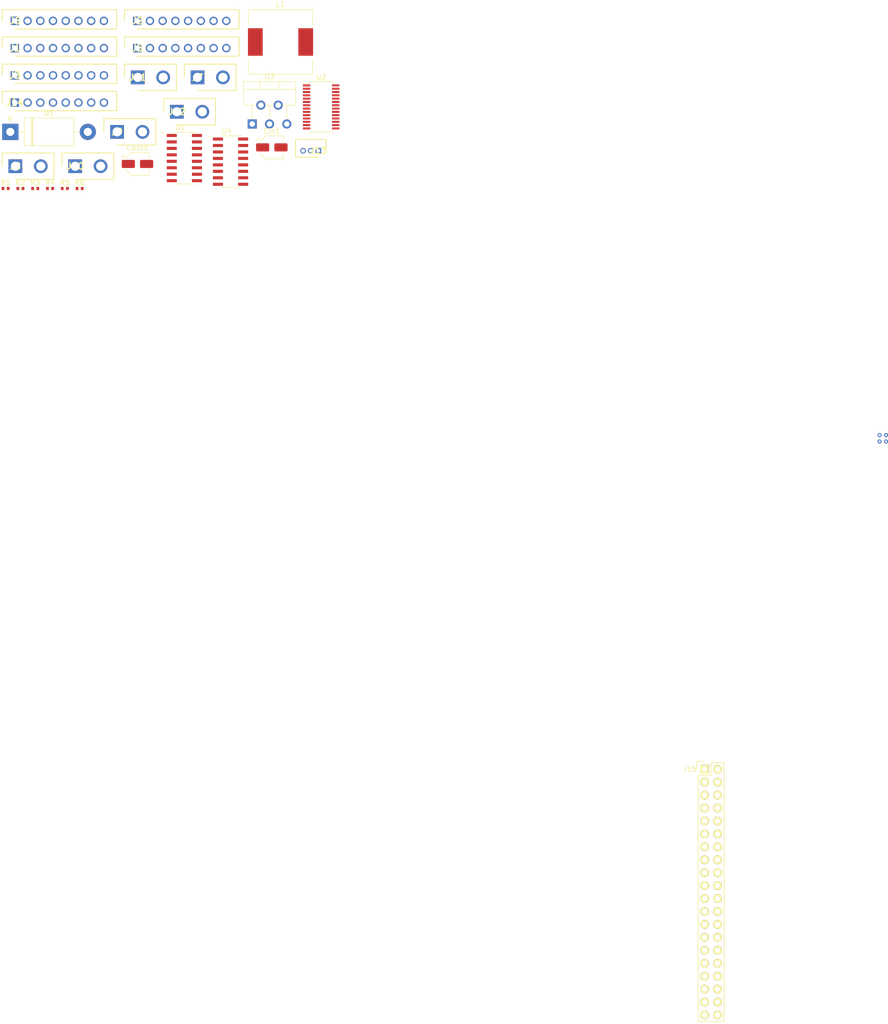
<source format=kicad_pcb>
(kicad_pcb (version 20171130) (host pcbnew "(5.1.10)-1")

  (general
    (thickness 1.6)
    (drawings 0)
    (tracks 4)
    (zones 0)
    (modules 29)
    (nets 72)
  )

  (page A4)
  (layers
    (0 F.Cu signal)
    (31 B.Cu signal)
    (32 B.Adhes user)
    (33 F.Adhes user)
    (34 B.Paste user)
    (35 F.Paste user)
    (36 B.SilkS user)
    (37 F.SilkS user)
    (38 B.Mask user)
    (39 F.Mask user)
    (40 Dwgs.User user)
    (41 Cmts.User user)
    (42 Eco1.User user)
    (43 Eco2.User user)
    (44 Edge.Cuts user)
    (45 Margin user)
    (46 B.CrtYd user)
    (47 F.CrtYd user)
    (48 B.Fab user)
    (49 F.Fab user)
  )

  (setup
    (last_trace_width 0.25)
    (trace_clearance 0.2)
    (zone_clearance 0.508)
    (zone_45_only no)
    (trace_min 0.2)
    (via_size 0.8)
    (via_drill 0.4)
    (via_min_size 0.4)
    (via_min_drill 0.3)
    (uvia_size 0.3)
    (uvia_drill 0.1)
    (uvias_allowed no)
    (uvia_min_size 0.2)
    (uvia_min_drill 0.1)
    (edge_width 0.05)
    (segment_width 0.2)
    (pcb_text_width 0.3)
    (pcb_text_size 1.5 1.5)
    (mod_edge_width 0.12)
    (mod_text_size 1 1)
    (mod_text_width 0.15)
    (pad_size 1.524 1.524)
    (pad_drill 0.762)
    (pad_to_mask_clearance 0)
    (aux_axis_origin 0 0)
    (visible_elements 7FFFFFFF)
    (pcbplotparams
      (layerselection 0x010fc_ffffffff)
      (usegerberextensions false)
      (usegerberattributes true)
      (usegerberadvancedattributes true)
      (creategerberjobfile true)
      (excludeedgelayer true)
      (linewidth 0.100000)
      (plotframeref false)
      (viasonmask false)
      (mode 1)
      (useauxorigin false)
      (hpglpennumber 1)
      (hpglpenspeed 20)
      (hpglpendiameter 15.000000)
      (psnegative false)
      (psa4output false)
      (plotreference true)
      (plotvalue true)
      (plotinvisibletext false)
      (padsonsilk false)
      (subtractmaskfromsilk false)
      (outputformat 1)
      (mirror false)
      (drillshape 1)
      (scaleselection 1)
      (outputdirectory ""))
  )

  (net 0 "")
  (net 1 +6V)
  (net 2 GND)
  (net 3 "Net-(D1-Pad1)")
  (net 4 P22)
  (net 5 P21)
  (net 6 P20)
  (net 7 P19)
  (net 8 P18)
  (net 9 P17)
  (net 10 P16)
  (net 11 P15)
  (net 12 P23)
  (net 13 P24)
  (net 14 P25)
  (net 15 P26)
  (net 16 P27)
  (net 17 P28)
  (net 18 P29)
  (net 19 P30)
  (net 20 P38)
  (net 21 P37)
  (net 22 P36)
  (net 23 P35)
  (net 24 P34)
  (net 25 P33)
  (net 26 P32)
  (net 27 P31)
  (net 28 P6)
  (net 29 P5)
  (net 30 P4)
  (net 31 P2)
  (net 32 P42)
  (net 33 P14)
  (net 34 P41)
  (net 35 P39)
  (net 36 P9)
  (net 37 +3V3)
  (net 38 P8)
  (net 39 P7)
  (net 40 P45)
  (net 41 P3)
  (net 42 P1)
  (net 43 P0)
  (net 44 P13)
  (net 45 P11)
  (net 46 +5V)
  (net 47 P12)
  (net 48 P40)
  (net 49 P10)
  (net 50 "Net-(J5-Pad8)")
  (net 51 "Net-(J5-Pad7)")
  (net 52 "Net-(J5-Pad6)")
  (net 53 "Net-(J5-Pad5)")
  (net 54 "Net-(J5-Pad4)")
  (net 55 "Net-(J5-Pad3)")
  (net 56 "Net-(J5-Pad2)")
  (net 57 "Net-(J5-Pad1)")
  (net 58 "Net-(J6-Pad1)")
  (net 59 "Net-(J6-Pad2)")
  (net 60 "Net-(J6-Pad3)")
  (net 61 "Net-(J6-Pad4)")
  (net 62 "Net-(J6-Pad5)")
  (net 63 "Net-(J6-Pad6)")
  (net 64 "Net-(J6-Pad7)")
  (net 65 "Net-(J6-Pad8)")
  (net 66 P43)
  (net 67 P44)
  (net 68 "Net-(R1-Pad2)")
  (net 69 "Net-(R3-Pad2)")
  (net 70 "Net-(R5-Pad2)")
  (net 71 46)

  (net_class Default "This is the default net class."
    (clearance 0.2)
    (trace_width 0.25)
    (via_dia 0.8)
    (via_drill 0.4)
    (uvia_dia 0.3)
    (uvia_drill 0.1)
    (add_net +3V3)
    (add_net +5V)
    (add_net +6V)
    (add_net 46)
    (add_net GND)
    (add_net "Net-(D1-Pad1)")
    (add_net "Net-(J5-Pad1)")
    (add_net "Net-(J5-Pad2)")
    (add_net "Net-(J5-Pad3)")
    (add_net "Net-(J5-Pad4)")
    (add_net "Net-(J5-Pad5)")
    (add_net "Net-(J5-Pad6)")
    (add_net "Net-(J5-Pad7)")
    (add_net "Net-(J5-Pad8)")
    (add_net "Net-(J6-Pad1)")
    (add_net "Net-(J6-Pad2)")
    (add_net "Net-(J6-Pad3)")
    (add_net "Net-(J6-Pad4)")
    (add_net "Net-(J6-Pad5)")
    (add_net "Net-(J6-Pad6)")
    (add_net "Net-(J6-Pad7)")
    (add_net "Net-(J6-Pad8)")
    (add_net "Net-(R1-Pad2)")
    (add_net "Net-(R3-Pad2)")
    (add_net "Net-(R5-Pad2)")
    (add_net P0)
    (add_net P1)
    (add_net P10)
    (add_net P11)
    (add_net P12)
    (add_net P13)
    (add_net P14)
    (add_net P15)
    (add_net P16)
    (add_net P17)
    (add_net P18)
    (add_net P19)
    (add_net P2)
    (add_net P20)
    (add_net P21)
    (add_net P22)
    (add_net P23)
    (add_net P24)
    (add_net P25)
    (add_net P26)
    (add_net P27)
    (add_net P28)
    (add_net P29)
    (add_net P3)
    (add_net P30)
    (add_net P31)
    (add_net P32)
    (add_net P33)
    (add_net P34)
    (add_net P35)
    (add_net P36)
    (add_net P37)
    (add_net P38)
    (add_net P39)
    (add_net P4)
    (add_net P40)
    (add_net P41)
    (add_net P42)
    (add_net P43)
    (add_net P44)
    (add_net P45)
    (add_net P5)
    (add_net P6)
    (add_net P7)
    (add_net P8)
    (add_net P9)
  )

  (module RPi_Hat:RPi_Hat_Mounting_Hole locked (layer F.Cu) (tedit 551AB250) (tstamp 6188570B)
    (at 130.81 21.59)
    (descr "Mounting hole, Befestigungsbohrung, 2,7mm, No Annular, Kein Restring,")
    (tags "Mounting hole, Befestigungsbohrung, 2,7mm, No Annular, Kein Restring,")
    (fp_text reference "" (at 0 -4.0005) (layer F.SilkS) hide
      (effects (font (size 1 1) (thickness 0.15)))
    )
    (fp_text value "" (at 0.09906 3.59918) (layer F.Fab) hide
      (effects (font (size 1 1) (thickness 0.15)))
    )
    (fp_circle (center 0 0) (end 1.375 0) (layer F.Fab) (width 0.15))
    (fp_circle (center 0 0) (end 3.1 0) (layer F.Fab) (width 0.15))
    (fp_circle (center 0 0) (end 3.1 0) (layer B.Fab) (width 0.15))
    (fp_circle (center 0 0) (end 1.375 0) (layer B.Fab) (width 0.15))
    (fp_circle (center 0 0) (end 3.1 0) (layer F.CrtYd) (width 0.15))
    (fp_circle (center 0 0) (end 3.1 0) (layer B.CrtYd) (width 0.15))
    (pad "" np_thru_hole circle (at 0 0) (size 2.75 2.75) (drill 2.75) (layers *.Cu *.Mask)
      (solder_mask_margin 1.725) (clearance 1.725))
  )

  (module Capacitor_SMD:CP_Elec_4x5.8 (layer F.Cu) (tedit 5BCA39CF) (tstamp 61884D25)
    (at 73.595001 19.705001)
    (descr "SMD capacitor, aluminum electrolytic, Panasonic, 4.0x5.8mm")
    (tags "capacitor electrolytic")
    (path /616AA738)
    (attr smd)
    (fp_text reference Cin1 (at 0 -3.2) (layer F.SilkS)
      (effects (font (size 1 1) (thickness 0.15)))
    )
    (fp_text value 680uF (at 0 3.2) (layer F.Fab)
      (effects (font (size 1 1) (thickness 0.15)))
    )
    (fp_line (start -3.35 1.05) (end -2.4 1.05) (layer F.CrtYd) (width 0.05))
    (fp_line (start -3.35 -1.05) (end -3.35 1.05) (layer F.CrtYd) (width 0.05))
    (fp_line (start -2.4 -1.05) (end -3.35 -1.05) (layer F.CrtYd) (width 0.05))
    (fp_line (start -2.4 1.05) (end -2.4 1.25) (layer F.CrtYd) (width 0.05))
    (fp_line (start -2.4 -1.25) (end -2.4 -1.05) (layer F.CrtYd) (width 0.05))
    (fp_line (start -2.4 -1.25) (end -1.25 -2.4) (layer F.CrtYd) (width 0.05))
    (fp_line (start -2.4 1.25) (end -1.25 2.4) (layer F.CrtYd) (width 0.05))
    (fp_line (start -1.25 -2.4) (end 2.4 -2.4) (layer F.CrtYd) (width 0.05))
    (fp_line (start -1.25 2.4) (end 2.4 2.4) (layer F.CrtYd) (width 0.05))
    (fp_line (start 2.4 1.05) (end 2.4 2.4) (layer F.CrtYd) (width 0.05))
    (fp_line (start 3.35 1.05) (end 2.4 1.05) (layer F.CrtYd) (width 0.05))
    (fp_line (start 3.35 -1.05) (end 3.35 1.05) (layer F.CrtYd) (width 0.05))
    (fp_line (start 2.4 -1.05) (end 3.35 -1.05) (layer F.CrtYd) (width 0.05))
    (fp_line (start 2.4 -2.4) (end 2.4 -1.05) (layer F.CrtYd) (width 0.05))
    (fp_line (start -2.75 -1.81) (end -2.75 -1.31) (layer F.SilkS) (width 0.12))
    (fp_line (start -3 -1.56) (end -2.5 -1.56) (layer F.SilkS) (width 0.12))
    (fp_line (start -2.26 1.195563) (end -1.195563 2.26) (layer F.SilkS) (width 0.12))
    (fp_line (start -2.26 -1.195563) (end -1.195563 -2.26) (layer F.SilkS) (width 0.12))
    (fp_line (start -2.26 -1.195563) (end -2.26 -1.06) (layer F.SilkS) (width 0.12))
    (fp_line (start -2.26 1.195563) (end -2.26 1.06) (layer F.SilkS) (width 0.12))
    (fp_line (start -1.195563 2.26) (end 2.26 2.26) (layer F.SilkS) (width 0.12))
    (fp_line (start -1.195563 -2.26) (end 2.26 -2.26) (layer F.SilkS) (width 0.12))
    (fp_line (start 2.26 -2.26) (end 2.26 -1.06) (layer F.SilkS) (width 0.12))
    (fp_line (start 2.26 2.26) (end 2.26 1.06) (layer F.SilkS) (width 0.12))
    (fp_line (start -1.374773 -1.2) (end -1.374773 -0.8) (layer F.Fab) (width 0.1))
    (fp_line (start -1.574773 -1) (end -1.174773 -1) (layer F.Fab) (width 0.1))
    (fp_line (start -2.15 1.15) (end -1.15 2.15) (layer F.Fab) (width 0.1))
    (fp_line (start -2.15 -1.15) (end -1.15 -2.15) (layer F.Fab) (width 0.1))
    (fp_line (start -2.15 -1.15) (end -2.15 1.15) (layer F.Fab) (width 0.1))
    (fp_line (start -1.15 2.15) (end 2.15 2.15) (layer F.Fab) (width 0.1))
    (fp_line (start -1.15 -2.15) (end 2.15 -2.15) (layer F.Fab) (width 0.1))
    (fp_line (start 2.15 -2.15) (end 2.15 2.15) (layer F.Fab) (width 0.1))
    (fp_circle (center 0 0) (end 2 0) (layer F.Fab) (width 0.1))
    (fp_text user %R (at 0 0) (layer F.Fab)
      (effects (font (size 0.8 0.8) (thickness 0.12)))
    )
    (pad 1 smd roundrect (at -1.8 0) (size 2.6 1.6) (layers F.Cu F.Paste F.Mask) (roundrect_rratio 0.15625)
      (net 1 +6V))
    (pad 2 smd roundrect (at 1.8 0) (size 2.6 1.6) (layers F.Cu F.Paste F.Mask) (roundrect_rratio 0.15625)
      (net 2 GND))
    (model ${KISYS3DMOD}/Capacitor_SMD.3dshapes/CP_Elec_4x5.8.wrl
      (at (xyz 0 0 0))
      (scale (xyz 1 1 1))
      (rotate (xyz 0 0 0))
    )
  )

  (module Capacitor_SMD:CP_Elec_4x5.4 (layer F.Cu) (tedit 5BCA39CF) (tstamp 61884D4D)
    (at 47.195001 22.955001)
    (descr "SMD capacitor, aluminum electrolytic, Panasonic A5 / Nichicon, 4.0x5.4mm")
    (tags "capacitor electrolytic")
    (path /616AB0BD)
    (attr smd)
    (fp_text reference Cout1 (at 0 -3.2) (layer F.SilkS)
      (effects (font (size 1 1) (thickness 0.15)))
    )
    (fp_text value 220uF (at 0 3.2) (layer F.Fab)
      (effects (font (size 1 1) (thickness 0.15)))
    )
    (fp_line (start -3.35 1.05) (end -2.4 1.05) (layer F.CrtYd) (width 0.05))
    (fp_line (start -3.35 -1.05) (end -3.35 1.05) (layer F.CrtYd) (width 0.05))
    (fp_line (start -2.4 -1.05) (end -3.35 -1.05) (layer F.CrtYd) (width 0.05))
    (fp_line (start -2.4 1.05) (end -2.4 1.25) (layer F.CrtYd) (width 0.05))
    (fp_line (start -2.4 -1.25) (end -2.4 -1.05) (layer F.CrtYd) (width 0.05))
    (fp_line (start -2.4 -1.25) (end -1.25 -2.4) (layer F.CrtYd) (width 0.05))
    (fp_line (start -2.4 1.25) (end -1.25 2.4) (layer F.CrtYd) (width 0.05))
    (fp_line (start -1.25 -2.4) (end 2.4 -2.4) (layer F.CrtYd) (width 0.05))
    (fp_line (start -1.25 2.4) (end 2.4 2.4) (layer F.CrtYd) (width 0.05))
    (fp_line (start 2.4 1.05) (end 2.4 2.4) (layer F.CrtYd) (width 0.05))
    (fp_line (start 3.35 1.05) (end 2.4 1.05) (layer F.CrtYd) (width 0.05))
    (fp_line (start 3.35 -1.05) (end 3.35 1.05) (layer F.CrtYd) (width 0.05))
    (fp_line (start 2.4 -1.05) (end 3.35 -1.05) (layer F.CrtYd) (width 0.05))
    (fp_line (start 2.4 -2.4) (end 2.4 -1.05) (layer F.CrtYd) (width 0.05))
    (fp_line (start -2.75 -1.81) (end -2.75 -1.31) (layer F.SilkS) (width 0.12))
    (fp_line (start -3 -1.56) (end -2.5 -1.56) (layer F.SilkS) (width 0.12))
    (fp_line (start -2.26 1.195563) (end -1.195563 2.26) (layer F.SilkS) (width 0.12))
    (fp_line (start -2.26 -1.195563) (end -1.195563 -2.26) (layer F.SilkS) (width 0.12))
    (fp_line (start -2.26 -1.195563) (end -2.26 -1.06) (layer F.SilkS) (width 0.12))
    (fp_line (start -2.26 1.195563) (end -2.26 1.06) (layer F.SilkS) (width 0.12))
    (fp_line (start -1.195563 2.26) (end 2.26 2.26) (layer F.SilkS) (width 0.12))
    (fp_line (start -1.195563 -2.26) (end 2.26 -2.26) (layer F.SilkS) (width 0.12))
    (fp_line (start 2.26 -2.26) (end 2.26 -1.06) (layer F.SilkS) (width 0.12))
    (fp_line (start 2.26 2.26) (end 2.26 1.06) (layer F.SilkS) (width 0.12))
    (fp_line (start -1.374773 -1.2) (end -1.374773 -0.8) (layer F.Fab) (width 0.1))
    (fp_line (start -1.574773 -1) (end -1.174773 -1) (layer F.Fab) (width 0.1))
    (fp_line (start -2.15 1.15) (end -1.15 2.15) (layer F.Fab) (width 0.1))
    (fp_line (start -2.15 -1.15) (end -1.15 -2.15) (layer F.Fab) (width 0.1))
    (fp_line (start -2.15 -1.15) (end -2.15 1.15) (layer F.Fab) (width 0.1))
    (fp_line (start -1.15 2.15) (end 2.15 2.15) (layer F.Fab) (width 0.1))
    (fp_line (start -1.15 -2.15) (end 2.15 -2.15) (layer F.Fab) (width 0.1))
    (fp_line (start 2.15 -2.15) (end 2.15 2.15) (layer F.Fab) (width 0.1))
    (fp_circle (center 0 0) (end 2 0) (layer F.Fab) (width 0.1))
    (fp_text user %R (at 0 0) (layer F.Fab)
      (effects (font (size 0.8 0.8) (thickness 0.12)))
    )
    (pad 1 smd roundrect (at -1.8 0) (size 2.6 1.6) (layers F.Cu F.Paste F.Mask) (roundrect_rratio 0.15625)
      (net 71 46))
    (pad 2 smd roundrect (at 1.8 0) (size 2.6 1.6) (layers F.Cu F.Paste F.Mask) (roundrect_rratio 0.15625)
      (net 2 GND))
    (model ${KISYS3DMOD}/Capacitor_SMD.3dshapes/CP_Elec_4x5.4.wrl
      (at (xyz 0 0 0))
      (scale (xyz 1 1 1))
      (rotate (xyz 0 0 0))
    )
  )

  (module Diode_THT:D_DO-201AD_P15.24mm_Horizontal (layer F.Cu) (tedit 5AE50CD5) (tstamp 61884D6C)
    (at 22.195001 16.655001)
    (descr "Diode, DO-201AD series, Axial, Horizontal, pin pitch=15.24mm, , length*diameter=9.5*5.2mm^2, , http://www.diodes.com/_files/packages/DO-201AD.pdf")
    (tags "Diode DO-201AD series Axial Horizontal pin pitch 15.24mm  length 9.5mm diameter 5.2mm")
    (path /617C6F93)
    (fp_text reference D1 (at 7.62 -3.72) (layer F.SilkS)
      (effects (font (size 1 1) (thickness 0.15)))
    )
    (fp_text value 1N5821 (at 7.62 3.72) (layer F.Fab)
      (effects (font (size 1 1) (thickness 0.15)))
    )
    (fp_line (start 17.09 -2.85) (end -1.85 -2.85) (layer F.CrtYd) (width 0.05))
    (fp_line (start 17.09 2.85) (end 17.09 -2.85) (layer F.CrtYd) (width 0.05))
    (fp_line (start -1.85 2.85) (end 17.09 2.85) (layer F.CrtYd) (width 0.05))
    (fp_line (start -1.85 -2.85) (end -1.85 2.85) (layer F.CrtYd) (width 0.05))
    (fp_line (start 4.175 -2.72) (end 4.175 2.72) (layer F.SilkS) (width 0.12))
    (fp_line (start 4.415 -2.72) (end 4.415 2.72) (layer F.SilkS) (width 0.12))
    (fp_line (start 4.295 -2.72) (end 4.295 2.72) (layer F.SilkS) (width 0.12))
    (fp_line (start 13.4 0) (end 12.49 0) (layer F.SilkS) (width 0.12))
    (fp_line (start 1.84 0) (end 2.75 0) (layer F.SilkS) (width 0.12))
    (fp_line (start 12.49 -2.72) (end 2.75 -2.72) (layer F.SilkS) (width 0.12))
    (fp_line (start 12.49 2.72) (end 12.49 -2.72) (layer F.SilkS) (width 0.12))
    (fp_line (start 2.75 2.72) (end 12.49 2.72) (layer F.SilkS) (width 0.12))
    (fp_line (start 2.75 -2.72) (end 2.75 2.72) (layer F.SilkS) (width 0.12))
    (fp_line (start 4.195 -2.6) (end 4.195 2.6) (layer F.Fab) (width 0.1))
    (fp_line (start 4.395 -2.6) (end 4.395 2.6) (layer F.Fab) (width 0.1))
    (fp_line (start 4.295 -2.6) (end 4.295 2.6) (layer F.Fab) (width 0.1))
    (fp_line (start 15.24 0) (end 12.37 0) (layer F.Fab) (width 0.1))
    (fp_line (start 0 0) (end 2.87 0) (layer F.Fab) (width 0.1))
    (fp_line (start 12.37 -2.6) (end 2.87 -2.6) (layer F.Fab) (width 0.1))
    (fp_line (start 12.37 2.6) (end 12.37 -2.6) (layer F.Fab) (width 0.1))
    (fp_line (start 2.87 2.6) (end 12.37 2.6) (layer F.Fab) (width 0.1))
    (fp_line (start 2.87 -2.6) (end 2.87 2.6) (layer F.Fab) (width 0.1))
    (fp_text user %R (at 8.3325 0) (layer F.Fab)
      (effects (font (size 1 1) (thickness 0.15)))
    )
    (fp_text user K (at 0 -2.6) (layer F.Fab)
      (effects (font (size 1 1) (thickness 0.15)))
    )
    (fp_text user K (at 0 -2.6) (layer F.SilkS)
      (effects (font (size 1 1) (thickness 0.15)))
    )
    (pad 1 thru_hole rect (at 0 0) (size 3.2 3.2) (drill 1.6) (layers *.Cu *.Mask)
      (net 3 "Net-(D1-Pad1)"))
    (pad 2 thru_hole oval (at 15.24 0) (size 3.2 3.2) (drill 1.6) (layers *.Cu *.Mask)
      (net 2 GND))
    (model ${KISYS3DMOD}/Diode_THT.3dshapes/D_DO-201AD_P15.24mm_Horizontal.wrl
      (at (xyz 0 0 0))
      (scale (xyz 1 1 1))
      (rotate (xyz 0 0 0))
    )
  )

  (module SamacSys_Parts:SHDR8W64P0X250_1X8_2250X380X600P (layer F.Cu) (tedit 0) (tstamp 61884D85)
    (at 23.095001 0.205001)
    (descr B8B-EH-A)
    (tags Connector)
    (path /6182D55C)
    (fp_text reference J1 (at 0 0) (layer F.SilkS)
      (effects (font (size 1.27 1.27) (thickness 0.254)))
    )
    (fp_text value B8B-EH-A (at 0 0) (layer F.SilkS) hide
      (effects (font (size 1.27 1.27) (thickness 0.254)))
    )
    (fp_text user %R (at 0 0) (layer F.Fab)
      (effects (font (size 1.27 1.27) (thickness 0.254)))
    )
    (fp_line (start -2.75 1.85) (end -2.75 -2.45) (layer F.CrtYd) (width 0.05))
    (fp_line (start -2.75 -2.45) (end 20.25 -2.45) (layer F.CrtYd) (width 0.05))
    (fp_line (start 20.25 -2.45) (end 20.25 1.85) (layer F.CrtYd) (width 0.05))
    (fp_line (start 20.25 1.85) (end -2.75 1.85) (layer F.CrtYd) (width 0.05))
    (fp_line (start -2.5 1.6) (end -2.5 -2.2) (layer F.Fab) (width 0.1))
    (fp_line (start -2.5 -2.2) (end 20 -2.2) (layer F.Fab) (width 0.1))
    (fp_line (start 20 -2.2) (end 20 1.6) (layer F.Fab) (width 0.1))
    (fp_line (start 20 1.6) (end -2.5 1.6) (layer F.Fab) (width 0.1))
    (fp_line (start 0 1.6) (end 20 1.6) (layer F.SilkS) (width 0.2))
    (fp_line (start 20 1.6) (end 20 -2.2) (layer F.SilkS) (width 0.2))
    (fp_line (start 20 -2.2) (end -2.5 -2.2) (layer F.SilkS) (width 0.2))
    (fp_line (start -2.5 -2.2) (end -2.5 0) (layer F.SilkS) (width 0.2))
    (pad 8 thru_hole circle (at 17.5 0) (size 1.65 1.65) (drill 1.1) (layers *.Cu *.Mask)
      (net 4 P22))
    (pad 7 thru_hole circle (at 15 0) (size 1.65 1.65) (drill 1.1) (layers *.Cu *.Mask)
      (net 5 P21))
    (pad 6 thru_hole circle (at 12.5 0) (size 1.65 1.65) (drill 1.1) (layers *.Cu *.Mask)
      (net 6 P20))
    (pad 5 thru_hole circle (at 10 0) (size 1.65 1.65) (drill 1.1) (layers *.Cu *.Mask)
      (net 7 P19))
    (pad 4 thru_hole circle (at 7.5 0) (size 1.65 1.65) (drill 1.1) (layers *.Cu *.Mask)
      (net 8 P18))
    (pad 3 thru_hole circle (at 5 0) (size 1.65 1.65) (drill 1.1) (layers *.Cu *.Mask)
      (net 9 P17))
    (pad 2 thru_hole circle (at 2.5 0) (size 1.65 1.65) (drill 1.1) (layers *.Cu *.Mask)
      (net 10 P16))
    (pad 1 thru_hole rect (at 0 0) (size 1.65 1.65) (drill 1.1) (layers *.Cu *.Mask)
      (net 11 P15))
    (model "C:\\Users\\natal\\OneDrive\\Documents\\WashU 2021-2022\\Capstone\\SamacSys_Parts.3dshapes\\B8B-EH-A.stp"
      (at (xyz 0 0 0))
      (scale (xyz 1 1 1))
      (rotate (xyz 0 0 0))
    )
  )

  (module SamacSys_Parts:SHDR8W64P0X250_1X8_2250X380X600P (layer F.Cu) (tedit 0) (tstamp 61884D9E)
    (at 47.145001 -5.144999)
    (descr B8B-EH-A)
    (tags Connector)
    (path /6185478D)
    (fp_text reference J2 (at 0 0) (layer F.SilkS)
      (effects (font (size 1.27 1.27) (thickness 0.254)))
    )
    (fp_text value B8B-EH-A (at 0 0) (layer F.SilkS) hide
      (effects (font (size 1.27 1.27) (thickness 0.254)))
    )
    (fp_line (start -2.5 -2.2) (end -2.5 0) (layer F.SilkS) (width 0.2))
    (fp_line (start 20 -2.2) (end -2.5 -2.2) (layer F.SilkS) (width 0.2))
    (fp_line (start 20 1.6) (end 20 -2.2) (layer F.SilkS) (width 0.2))
    (fp_line (start 0 1.6) (end 20 1.6) (layer F.SilkS) (width 0.2))
    (fp_line (start 20 1.6) (end -2.5 1.6) (layer F.Fab) (width 0.1))
    (fp_line (start 20 -2.2) (end 20 1.6) (layer F.Fab) (width 0.1))
    (fp_line (start -2.5 -2.2) (end 20 -2.2) (layer F.Fab) (width 0.1))
    (fp_line (start -2.5 1.6) (end -2.5 -2.2) (layer F.Fab) (width 0.1))
    (fp_line (start 20.25 1.85) (end -2.75 1.85) (layer F.CrtYd) (width 0.05))
    (fp_line (start 20.25 -2.45) (end 20.25 1.85) (layer F.CrtYd) (width 0.05))
    (fp_line (start -2.75 -2.45) (end 20.25 -2.45) (layer F.CrtYd) (width 0.05))
    (fp_line (start -2.75 1.85) (end -2.75 -2.45) (layer F.CrtYd) (width 0.05))
    (fp_text user %R (at 0 0) (layer F.Fab)
      (effects (font (size 1.27 1.27) (thickness 0.254)))
    )
    (pad 1 thru_hole rect (at 0 0) (size 1.65 1.65) (drill 1.1) (layers *.Cu *.Mask)
      (net 12 P23))
    (pad 2 thru_hole circle (at 2.5 0) (size 1.65 1.65) (drill 1.1) (layers *.Cu *.Mask)
      (net 13 P24))
    (pad 3 thru_hole circle (at 5 0) (size 1.65 1.65) (drill 1.1) (layers *.Cu *.Mask)
      (net 14 P25))
    (pad 4 thru_hole circle (at 7.5 0) (size 1.65 1.65) (drill 1.1) (layers *.Cu *.Mask)
      (net 15 P26))
    (pad 5 thru_hole circle (at 10 0) (size 1.65 1.65) (drill 1.1) (layers *.Cu *.Mask)
      (net 16 P27))
    (pad 6 thru_hole circle (at 12.5 0) (size 1.65 1.65) (drill 1.1) (layers *.Cu *.Mask)
      (net 17 P28))
    (pad 7 thru_hole circle (at 15 0) (size 1.65 1.65) (drill 1.1) (layers *.Cu *.Mask)
      (net 18 P29))
    (pad 8 thru_hole circle (at 17.5 0) (size 1.65 1.65) (drill 1.1) (layers *.Cu *.Mask)
      (net 19 P30))
    (model "C:\\Users\\natal\\OneDrive\\Documents\\WashU 2021-2022\\Capstone\\SamacSys_Parts.3dshapes\\B8B-EH-A.stp"
      (at (xyz 0 0 0))
      (scale (xyz 1 1 1))
      (rotate (xyz 0 0 0))
    )
  )

  (module SamacSys_Parts:SHDR8W64P0X250_1X8_2250X380X600P (layer F.Cu) (tedit 0) (tstamp 61884DB7)
    (at 23.095001 5.555001)
    (descr B8B-EH-A)
    (tags Connector)
    (path /61917BE1)
    (fp_text reference J3 (at 0 0) (layer F.SilkS)
      (effects (font (size 1.27 1.27) (thickness 0.254)))
    )
    (fp_text value B8B-EH-A (at 0 0) (layer F.SilkS) hide
      (effects (font (size 1.27 1.27) (thickness 0.254)))
    )
    (fp_text user %R (at 0 0) (layer F.Fab)
      (effects (font (size 1.27 1.27) (thickness 0.254)))
    )
    (fp_line (start -2.75 1.85) (end -2.75 -2.45) (layer F.CrtYd) (width 0.05))
    (fp_line (start -2.75 -2.45) (end 20.25 -2.45) (layer F.CrtYd) (width 0.05))
    (fp_line (start 20.25 -2.45) (end 20.25 1.85) (layer F.CrtYd) (width 0.05))
    (fp_line (start 20.25 1.85) (end -2.75 1.85) (layer F.CrtYd) (width 0.05))
    (fp_line (start -2.5 1.6) (end -2.5 -2.2) (layer F.Fab) (width 0.1))
    (fp_line (start -2.5 -2.2) (end 20 -2.2) (layer F.Fab) (width 0.1))
    (fp_line (start 20 -2.2) (end 20 1.6) (layer F.Fab) (width 0.1))
    (fp_line (start 20 1.6) (end -2.5 1.6) (layer F.Fab) (width 0.1))
    (fp_line (start 0 1.6) (end 20 1.6) (layer F.SilkS) (width 0.2))
    (fp_line (start 20 1.6) (end 20 -2.2) (layer F.SilkS) (width 0.2))
    (fp_line (start 20 -2.2) (end -2.5 -2.2) (layer F.SilkS) (width 0.2))
    (fp_line (start -2.5 -2.2) (end -2.5 0) (layer F.SilkS) (width 0.2))
    (pad 8 thru_hole circle (at 17.5 0) (size 1.65 1.65) (drill 1.1) (layers *.Cu *.Mask)
      (net 20 P38))
    (pad 7 thru_hole circle (at 15 0) (size 1.65 1.65) (drill 1.1) (layers *.Cu *.Mask)
      (net 21 P37))
    (pad 6 thru_hole circle (at 12.5 0) (size 1.65 1.65) (drill 1.1) (layers *.Cu *.Mask)
      (net 22 P36))
    (pad 5 thru_hole circle (at 10 0) (size 1.65 1.65) (drill 1.1) (layers *.Cu *.Mask)
      (net 23 P35))
    (pad 4 thru_hole circle (at 7.5 0) (size 1.65 1.65) (drill 1.1) (layers *.Cu *.Mask)
      (net 24 P34))
    (pad 3 thru_hole circle (at 5 0) (size 1.65 1.65) (drill 1.1) (layers *.Cu *.Mask)
      (net 25 P33))
    (pad 2 thru_hole circle (at 2.5 0) (size 1.65 1.65) (drill 1.1) (layers *.Cu *.Mask)
      (net 26 P32))
    (pad 1 thru_hole rect (at 0 0) (size 1.65 1.65) (drill 1.1) (layers *.Cu *.Mask)
      (net 27 P31))
    (model "C:\\Users\\natal\\OneDrive\\Documents\\WashU 2021-2022\\Capstone\\SamacSys_Parts.3dshapes\\B8B-EH-A.stp"
      (at (xyz 0 0 0))
      (scale (xyz 1 1 1))
      (rotate (xyz 0 0 0))
    )
  )

  (module SamacSys_Parts:SHDR8W64P0X250_1X8_2250X380X600P (layer F.Cu) (tedit 0) (tstamp 61884DD0)
    (at 47.145001 0.205001)
    (descr B8B-EH-A)
    (tags Connector)
    (path /618B9605)
    (fp_text reference J5 (at 0 0) (layer F.SilkS)
      (effects (font (size 1.27 1.27) (thickness 0.254)))
    )
    (fp_text value B8B-EH-A (at 0 0) (layer F.SilkS) hide
      (effects (font (size 1.27 1.27) (thickness 0.254)))
    )
    (fp_text user %R (at 0 0) (layer F.Fab)
      (effects (font (size 1.27 1.27) (thickness 0.254)))
    )
    (fp_line (start -2.75 1.85) (end -2.75 -2.45) (layer F.CrtYd) (width 0.05))
    (fp_line (start -2.75 -2.45) (end 20.25 -2.45) (layer F.CrtYd) (width 0.05))
    (fp_line (start 20.25 -2.45) (end 20.25 1.85) (layer F.CrtYd) (width 0.05))
    (fp_line (start 20.25 1.85) (end -2.75 1.85) (layer F.CrtYd) (width 0.05))
    (fp_line (start -2.5 1.6) (end -2.5 -2.2) (layer F.Fab) (width 0.1))
    (fp_line (start -2.5 -2.2) (end 20 -2.2) (layer F.Fab) (width 0.1))
    (fp_line (start 20 -2.2) (end 20 1.6) (layer F.Fab) (width 0.1))
    (fp_line (start 20 1.6) (end -2.5 1.6) (layer F.Fab) (width 0.1))
    (fp_line (start 0 1.6) (end 20 1.6) (layer F.SilkS) (width 0.2))
    (fp_line (start 20 1.6) (end 20 -2.2) (layer F.SilkS) (width 0.2))
    (fp_line (start 20 -2.2) (end -2.5 -2.2) (layer F.SilkS) (width 0.2))
    (fp_line (start -2.5 -2.2) (end -2.5 0) (layer F.SilkS) (width 0.2))
    (pad 8 thru_hole circle (at 17.5 0) (size 1.65 1.65) (drill 1.1) (layers *.Cu *.Mask)
      (net 50 "Net-(J5-Pad8)"))
    (pad 7 thru_hole circle (at 15 0) (size 1.65 1.65) (drill 1.1) (layers *.Cu *.Mask)
      (net 51 "Net-(J5-Pad7)"))
    (pad 6 thru_hole circle (at 12.5 0) (size 1.65 1.65) (drill 1.1) (layers *.Cu *.Mask)
      (net 52 "Net-(J5-Pad6)"))
    (pad 5 thru_hole circle (at 10 0) (size 1.65 1.65) (drill 1.1) (layers *.Cu *.Mask)
      (net 53 "Net-(J5-Pad5)"))
    (pad 4 thru_hole circle (at 7.5 0) (size 1.65 1.65) (drill 1.1) (layers *.Cu *.Mask)
      (net 54 "Net-(J5-Pad4)"))
    (pad 3 thru_hole circle (at 5 0) (size 1.65 1.65) (drill 1.1) (layers *.Cu *.Mask)
      (net 55 "Net-(J5-Pad3)"))
    (pad 2 thru_hole circle (at 2.5 0) (size 1.65 1.65) (drill 1.1) (layers *.Cu *.Mask)
      (net 56 "Net-(J5-Pad2)"))
    (pad 1 thru_hole rect (at 0 0) (size 1.65 1.65) (drill 1.1) (layers *.Cu *.Mask)
      (net 57 "Net-(J5-Pad1)"))
    (model "C:\\Users\\natal\\OneDrive\\Documents\\WashU 2021-2022\\Capstone\\SamacSys_Parts.3dshapes\\B8B-EH-A.stp"
      (at (xyz 0 0 0))
      (scale (xyz 1 1 1))
      (rotate (xyz 0 0 0))
    )
  )

  (module SamacSys_Parts:SHDR8W64P0X250_1X8_2250X380X600P (layer F.Cu) (tedit 0) (tstamp 61884DE9)
    (at 23.095001 -5.144999)
    (descr B8B-EH-A)
    (tags Connector)
    (path /618BB1CC)
    (fp_text reference J6 (at 0 0) (layer F.SilkS)
      (effects (font (size 1.27 1.27) (thickness 0.254)))
    )
    (fp_text value B8B-EH-A (at 0 0) (layer F.SilkS) hide
      (effects (font (size 1.27 1.27) (thickness 0.254)))
    )
    (fp_line (start -2.5 -2.2) (end -2.5 0) (layer F.SilkS) (width 0.2))
    (fp_line (start 20 -2.2) (end -2.5 -2.2) (layer F.SilkS) (width 0.2))
    (fp_line (start 20 1.6) (end 20 -2.2) (layer F.SilkS) (width 0.2))
    (fp_line (start 0 1.6) (end 20 1.6) (layer F.SilkS) (width 0.2))
    (fp_line (start 20 1.6) (end -2.5 1.6) (layer F.Fab) (width 0.1))
    (fp_line (start 20 -2.2) (end 20 1.6) (layer F.Fab) (width 0.1))
    (fp_line (start -2.5 -2.2) (end 20 -2.2) (layer F.Fab) (width 0.1))
    (fp_line (start -2.5 1.6) (end -2.5 -2.2) (layer F.Fab) (width 0.1))
    (fp_line (start 20.25 1.85) (end -2.75 1.85) (layer F.CrtYd) (width 0.05))
    (fp_line (start 20.25 -2.45) (end 20.25 1.85) (layer F.CrtYd) (width 0.05))
    (fp_line (start -2.75 -2.45) (end 20.25 -2.45) (layer F.CrtYd) (width 0.05))
    (fp_line (start -2.75 1.85) (end -2.75 -2.45) (layer F.CrtYd) (width 0.05))
    (fp_text user %R (at 0 0) (layer F.Fab)
      (effects (font (size 1.27 1.27) (thickness 0.254)))
    )
    (pad 1 thru_hole rect (at 0 0) (size 1.65 1.65) (drill 1.1) (layers *.Cu *.Mask)
      (net 58 "Net-(J6-Pad1)"))
    (pad 2 thru_hole circle (at 2.5 0) (size 1.65 1.65) (drill 1.1) (layers *.Cu *.Mask)
      (net 59 "Net-(J6-Pad2)"))
    (pad 3 thru_hole circle (at 5 0) (size 1.65 1.65) (drill 1.1) (layers *.Cu *.Mask)
      (net 60 "Net-(J6-Pad3)"))
    (pad 4 thru_hole circle (at 7.5 0) (size 1.65 1.65) (drill 1.1) (layers *.Cu *.Mask)
      (net 61 "Net-(J6-Pad4)"))
    (pad 5 thru_hole circle (at 10 0) (size 1.65 1.65) (drill 1.1) (layers *.Cu *.Mask)
      (net 62 "Net-(J6-Pad5)"))
    (pad 6 thru_hole circle (at 12.5 0) (size 1.65 1.65) (drill 1.1) (layers *.Cu *.Mask)
      (net 63 "Net-(J6-Pad6)"))
    (pad 7 thru_hole circle (at 15 0) (size 1.65 1.65) (drill 1.1) (layers *.Cu *.Mask)
      (net 64 "Net-(J6-Pad7)"))
    (pad 8 thru_hole circle (at 17.5 0) (size 1.65 1.65) (drill 1.1) (layers *.Cu *.Mask)
      (net 65 "Net-(J6-Pad8)"))
    (model "C:\\Users\\natal\\OneDrive\\Documents\\WashU 2021-2022\\Capstone\\SamacSys_Parts.3dshapes\\B8B-EH-A.stp"
      (at (xyz 0 0 0))
      (scale (xyz 1 1 1))
      (rotate (xyz 0 0 0))
    )
  )

  (module SamacSys_Parts:SHDR2W160P0X500_1X2_1020X520X1070P (layer F.Cu) (tedit 0) (tstamp 61884DFC)
    (at 58.995001 5.955001)
    (descr XT30UPB-M)
    (tags Connector)
    (path /619D799B)
    (fp_text reference J7 (at 0 0) (layer F.SilkS)
      (effects (font (size 1.27 1.27) (thickness 0.254)))
    )
    (fp_text value XT30UPB-M (at 0 0) (layer F.SilkS) hide
      (effects (font (size 1.27 1.27) (thickness 0.254)))
    )
    (fp_text user %R (at 0 0) (layer F.Fab)
      (effects (font (size 1.27 1.27) (thickness 0.254)))
    )
    (fp_line (start -2.85 2.85) (end -2.85 -2.85) (layer F.CrtYd) (width 0.05))
    (fp_line (start -2.85 -2.85) (end 7.85 -2.85) (layer F.CrtYd) (width 0.05))
    (fp_line (start 7.85 -2.85) (end 7.85 2.85) (layer F.CrtYd) (width 0.05))
    (fp_line (start 7.85 2.85) (end -2.85 2.85) (layer F.CrtYd) (width 0.05))
    (fp_line (start -2.6 2.6) (end -2.6 -2.6) (layer F.Fab) (width 0.1))
    (fp_line (start -2.6 -2.6) (end 7.6 -2.6) (layer F.Fab) (width 0.1))
    (fp_line (start 7.6 -2.6) (end 7.6 2.6) (layer F.Fab) (width 0.1))
    (fp_line (start 7.6 2.6) (end -2.6 2.6) (layer F.Fab) (width 0.1))
    (fp_line (start 0 2.6) (end 7.6 2.6) (layer F.SilkS) (width 0.2))
    (fp_line (start 7.6 2.6) (end 7.6 -2.6) (layer F.SilkS) (width 0.2))
    (fp_line (start 7.6 -2.6) (end -2.6 -2.6) (layer F.SilkS) (width 0.2))
    (fp_line (start -2.6 -2.6) (end -2.6 0) (layer F.SilkS) (width 0.2))
    (pad 2 thru_hole circle (at 5 0) (size 2.7 2.7) (drill 1.8) (layers *.Cu *.Mask)
      (net 2 GND))
    (pad 1 thru_hole rect (at 0 0) (size 2.7 2.7) (drill 1.8) (layers *.Cu *.Mask)
      (net 1 +6V))
    (model "C:\\Users\\natal\\OneDrive\\Documents\\WashU 2021-2022\\Capstone\\SamacSys_Parts.3dshapes\\XT30UPB-M.stp"
      (at (xyz 0 0 0))
      (scale (xyz 1 1 1))
      (rotate (xyz 0 0 0))
    )
  )

  (module SamacSys_Parts:SHDR2W160P0X500_1X2_1020X520X1070P (layer F.Cu) (tedit 0) (tstamp 61884E0F)
    (at 23.195001 23.405001)
    (descr XT30UPB-M)
    (tags Connector)
    (path /619F4871)
    (fp_text reference J8 (at 0 0) (layer F.SilkS)
      (effects (font (size 1.27 1.27) (thickness 0.254)))
    )
    (fp_text value XT30UPB-M (at 0 0) (layer F.SilkS) hide
      (effects (font (size 1.27 1.27) (thickness 0.254)))
    )
    (fp_text user %R (at 0 0) (layer F.Fab)
      (effects (font (size 1.27 1.27) (thickness 0.254)))
    )
    (fp_line (start -2.85 2.85) (end -2.85 -2.85) (layer F.CrtYd) (width 0.05))
    (fp_line (start -2.85 -2.85) (end 7.85 -2.85) (layer F.CrtYd) (width 0.05))
    (fp_line (start 7.85 -2.85) (end 7.85 2.85) (layer F.CrtYd) (width 0.05))
    (fp_line (start 7.85 2.85) (end -2.85 2.85) (layer F.CrtYd) (width 0.05))
    (fp_line (start -2.6 2.6) (end -2.6 -2.6) (layer F.Fab) (width 0.1))
    (fp_line (start -2.6 -2.6) (end 7.6 -2.6) (layer F.Fab) (width 0.1))
    (fp_line (start 7.6 -2.6) (end 7.6 2.6) (layer F.Fab) (width 0.1))
    (fp_line (start 7.6 2.6) (end -2.6 2.6) (layer F.Fab) (width 0.1))
    (fp_line (start 0 2.6) (end 7.6 2.6) (layer F.SilkS) (width 0.2))
    (fp_line (start 7.6 2.6) (end 7.6 -2.6) (layer F.SilkS) (width 0.2))
    (fp_line (start 7.6 -2.6) (end -2.6 -2.6) (layer F.SilkS) (width 0.2))
    (fp_line (start -2.6 -2.6) (end -2.6 0) (layer F.SilkS) (width 0.2))
    (pad 2 thru_hole circle (at 5 0) (size 2.7 2.7) (drill 1.8) (layers *.Cu *.Mask)
      (net 2 GND))
    (pad 1 thru_hole rect (at 0 0) (size 2.7 2.7) (drill 1.8) (layers *.Cu *.Mask)
      (net 1 +6V))
    (model "C:\\Users\\natal\\OneDrive\\Documents\\WashU 2021-2022\\Capstone\\SamacSys_Parts.3dshapes\\XT30UPB-M.stp"
      (at (xyz 0 0 0))
      (scale (xyz 1 1 1))
      (rotate (xyz 0 0 0))
    )
  )

  (module SamacSys_Parts:SHDR2W160P0X500_1X2_1020X520X1070P (layer F.Cu) (tedit 0) (tstamp 61884E22)
    (at 43.185001 16.655001)
    (descr XT30UPB-M)
    (tags Connector)
    (path /619EB753)
    (fp_text reference J9 (at 0 0) (layer F.SilkS)
      (effects (font (size 1.27 1.27) (thickness 0.254)))
    )
    (fp_text value XT30UPB-M (at 0 0) (layer F.SilkS) hide
      (effects (font (size 1.27 1.27) (thickness 0.254)))
    )
    (fp_line (start -2.6 -2.6) (end -2.6 0) (layer F.SilkS) (width 0.2))
    (fp_line (start 7.6 -2.6) (end -2.6 -2.6) (layer F.SilkS) (width 0.2))
    (fp_line (start 7.6 2.6) (end 7.6 -2.6) (layer F.SilkS) (width 0.2))
    (fp_line (start 0 2.6) (end 7.6 2.6) (layer F.SilkS) (width 0.2))
    (fp_line (start 7.6 2.6) (end -2.6 2.6) (layer F.Fab) (width 0.1))
    (fp_line (start 7.6 -2.6) (end 7.6 2.6) (layer F.Fab) (width 0.1))
    (fp_line (start -2.6 -2.6) (end 7.6 -2.6) (layer F.Fab) (width 0.1))
    (fp_line (start -2.6 2.6) (end -2.6 -2.6) (layer F.Fab) (width 0.1))
    (fp_line (start 7.85 2.85) (end -2.85 2.85) (layer F.CrtYd) (width 0.05))
    (fp_line (start 7.85 -2.85) (end 7.85 2.85) (layer F.CrtYd) (width 0.05))
    (fp_line (start -2.85 -2.85) (end 7.85 -2.85) (layer F.CrtYd) (width 0.05))
    (fp_line (start -2.85 2.85) (end -2.85 -2.85) (layer F.CrtYd) (width 0.05))
    (fp_text user %R (at 0 0) (layer F.Fab)
      (effects (font (size 1.27 1.27) (thickness 0.254)))
    )
    (pad 1 thru_hole rect (at 0 0) (size 2.7 2.7) (drill 1.8) (layers *.Cu *.Mask)
      (net 1 +6V))
    (pad 2 thru_hole circle (at 5 0) (size 2.7 2.7) (drill 1.8) (layers *.Cu *.Mask)
      (net 2 GND))
    (model "C:\\Users\\natal\\OneDrive\\Documents\\WashU 2021-2022\\Capstone\\SamacSys_Parts.3dshapes\\XT30UPB-M.stp"
      (at (xyz 0 0 0))
      (scale (xyz 1 1 1))
      (rotate (xyz 0 0 0))
    )
  )

  (module SamacSys_Parts:SHDR2W160P0X500_1X2_1020X520X1070P (layer F.Cu) (tedit 0) (tstamp 61884E35)
    (at 34.945001 23.405001)
    (descr XT30UPB-M)
    (tags Connector)
    (path /619FC5EB)
    (fp_text reference J10 (at 0 0) (layer F.SilkS)
      (effects (font (size 1.27 1.27) (thickness 0.254)))
    )
    (fp_text value XT30UPB-M (at 0 0) (layer F.SilkS) hide
      (effects (font (size 1.27 1.27) (thickness 0.254)))
    )
    (fp_line (start -2.6 -2.6) (end -2.6 0) (layer F.SilkS) (width 0.2))
    (fp_line (start 7.6 -2.6) (end -2.6 -2.6) (layer F.SilkS) (width 0.2))
    (fp_line (start 7.6 2.6) (end 7.6 -2.6) (layer F.SilkS) (width 0.2))
    (fp_line (start 0 2.6) (end 7.6 2.6) (layer F.SilkS) (width 0.2))
    (fp_line (start 7.6 2.6) (end -2.6 2.6) (layer F.Fab) (width 0.1))
    (fp_line (start 7.6 -2.6) (end 7.6 2.6) (layer F.Fab) (width 0.1))
    (fp_line (start -2.6 -2.6) (end 7.6 -2.6) (layer F.Fab) (width 0.1))
    (fp_line (start -2.6 2.6) (end -2.6 -2.6) (layer F.Fab) (width 0.1))
    (fp_line (start 7.85 2.85) (end -2.85 2.85) (layer F.CrtYd) (width 0.05))
    (fp_line (start 7.85 -2.85) (end 7.85 2.85) (layer F.CrtYd) (width 0.05))
    (fp_line (start -2.85 -2.85) (end 7.85 -2.85) (layer F.CrtYd) (width 0.05))
    (fp_line (start -2.85 2.85) (end -2.85 -2.85) (layer F.CrtYd) (width 0.05))
    (fp_text user %R (at 0 0) (layer F.Fab)
      (effects (font (size 1.27 1.27) (thickness 0.254)))
    )
    (pad 1 thru_hole rect (at 0 0) (size 2.7 2.7) (drill 1.8) (layers *.Cu *.Mask)
      (net 1 +6V))
    (pad 2 thru_hole circle (at 5 0) (size 2.7 2.7) (drill 1.8) (layers *.Cu *.Mask)
      (net 2 GND))
    (model "C:\\Users\\natal\\OneDrive\\Documents\\WashU 2021-2022\\Capstone\\SamacSys_Parts.3dshapes\\XT30UPB-M.stp"
      (at (xyz 0 0 0))
      (scale (xyz 1 1 1))
      (rotate (xyz 0 0 0))
    )
  )

  (module SamacSys_Parts:SHDR2W160P0X500_1X2_1020X520X1070P (layer F.Cu) (tedit 0) (tstamp 61884E48)
    (at 47.245001 5.955001)
    (descr XT30UPB-M)
    (tags Connector)
    (path /61B3B760)
    (fp_text reference J11 (at 0 0) (layer F.SilkS)
      (effects (font (size 1.27 1.27) (thickness 0.254)))
    )
    (fp_text value XT30UPB-M (at 0 0) (layer F.SilkS) hide
      (effects (font (size 1.27 1.27) (thickness 0.254)))
    )
    (fp_line (start -2.6 -2.6) (end -2.6 0) (layer F.SilkS) (width 0.2))
    (fp_line (start 7.6 -2.6) (end -2.6 -2.6) (layer F.SilkS) (width 0.2))
    (fp_line (start 7.6 2.6) (end 7.6 -2.6) (layer F.SilkS) (width 0.2))
    (fp_line (start 0 2.6) (end 7.6 2.6) (layer F.SilkS) (width 0.2))
    (fp_line (start 7.6 2.6) (end -2.6 2.6) (layer F.Fab) (width 0.1))
    (fp_line (start 7.6 -2.6) (end 7.6 2.6) (layer F.Fab) (width 0.1))
    (fp_line (start -2.6 -2.6) (end 7.6 -2.6) (layer F.Fab) (width 0.1))
    (fp_line (start -2.6 2.6) (end -2.6 -2.6) (layer F.Fab) (width 0.1))
    (fp_line (start 7.85 2.85) (end -2.85 2.85) (layer F.CrtYd) (width 0.05))
    (fp_line (start 7.85 -2.85) (end 7.85 2.85) (layer F.CrtYd) (width 0.05))
    (fp_line (start -2.85 -2.85) (end 7.85 -2.85) (layer F.CrtYd) (width 0.05))
    (fp_line (start -2.85 2.85) (end -2.85 -2.85) (layer F.CrtYd) (width 0.05))
    (fp_text user %R (at 0 0) (layer F.Fab)
      (effects (font (size 1.27 1.27) (thickness 0.254)))
    )
    (pad 1 thru_hole rect (at 0 0) (size 2.7 2.7) (drill 1.8) (layers *.Cu *.Mask)
      (net 46 +5V))
    (pad 2 thru_hole circle (at 5 0) (size 2.7 2.7) (drill 1.8) (layers *.Cu *.Mask)
      (net 2 GND))
    (model "C:\\Users\\natal\\OneDrive\\Documents\\WashU 2021-2022\\Capstone\\SamacSys_Parts.3dshapes\\XT30UPB-M.stp"
      (at (xyz 0 0 0))
      (scale (xyz 1 1 1))
      (rotate (xyz 0 0 0))
    )
  )

  (module SamacSys_Parts:SHDR2W160P0X500_1X2_1020X520X1070P (layer F.Cu) (tedit 0) (tstamp 61884E5B)
    (at 54.935001 12.705001)
    (descr XT30UPB-M)
    (tags Connector)
    (path /61B4485A)
    (fp_text reference J12 (at 0 0) (layer F.SilkS)
      (effects (font (size 1.27 1.27) (thickness 0.254)))
    )
    (fp_text value XT30UPB-M (at 0 0) (layer F.SilkS) hide
      (effects (font (size 1.27 1.27) (thickness 0.254)))
    )
    (fp_text user %R (at 0 0) (layer F.Fab)
      (effects (font (size 1.27 1.27) (thickness 0.254)))
    )
    (fp_line (start -2.85 2.85) (end -2.85 -2.85) (layer F.CrtYd) (width 0.05))
    (fp_line (start -2.85 -2.85) (end 7.85 -2.85) (layer F.CrtYd) (width 0.05))
    (fp_line (start 7.85 -2.85) (end 7.85 2.85) (layer F.CrtYd) (width 0.05))
    (fp_line (start 7.85 2.85) (end -2.85 2.85) (layer F.CrtYd) (width 0.05))
    (fp_line (start -2.6 2.6) (end -2.6 -2.6) (layer F.Fab) (width 0.1))
    (fp_line (start -2.6 -2.6) (end 7.6 -2.6) (layer F.Fab) (width 0.1))
    (fp_line (start 7.6 -2.6) (end 7.6 2.6) (layer F.Fab) (width 0.1))
    (fp_line (start 7.6 2.6) (end -2.6 2.6) (layer F.Fab) (width 0.1))
    (fp_line (start 0 2.6) (end 7.6 2.6) (layer F.SilkS) (width 0.2))
    (fp_line (start 7.6 2.6) (end 7.6 -2.6) (layer F.SilkS) (width 0.2))
    (fp_line (start 7.6 -2.6) (end -2.6 -2.6) (layer F.SilkS) (width 0.2))
    (fp_line (start -2.6 -2.6) (end -2.6 0) (layer F.SilkS) (width 0.2))
    (pad 2 thru_hole circle (at 5 0) (size 2.7 2.7) (drill 1.8) (layers *.Cu *.Mask)
      (net 2 GND))
    (pad 1 thru_hole rect (at 0 0) (size 2.7 2.7) (drill 1.8) (layers *.Cu *.Mask)
      (net 37 +3V3))
    (model "C:\\Users\\natal\\OneDrive\\Documents\\WashU 2021-2022\\Capstone\\SamacSys_Parts.3dshapes\\XT30UPB-M.stp"
      (at (xyz 0 0 0))
      (scale (xyz 1 1 1))
      (rotate (xyz 0 0 0))
    )
  )

  (module SamacSys_Parts:SHDR3W50P0X150_1X3_600X350X450P (layer F.Cu) (tedit 0) (tstamp 61884E6F)
    (at 82.745001 20.355001)
    (descr "B3B-ZR (LF)(SN)-")
    (tags Connector)
    (path /61B1FE60)
    (fp_text reference J13 (at 0 0) (layer F.SilkS)
      (effects (font (size 1.27 1.27) (thickness 0.254)))
    )
    (fp_text value B3B-ZR__LF__SN_ (at 0 0) (layer F.SilkS) hide
      (effects (font (size 1.27 1.27) (thickness 0.254)))
    )
    (fp_line (start 1.5 -2.2) (end 1.5 0) (layer F.SilkS) (width 0.2))
    (fp_line (start -4.5 -2.2) (end 1.5 -2.2) (layer F.SilkS) (width 0.2))
    (fp_line (start -4.5 1.3) (end -4.5 -2.2) (layer F.SilkS) (width 0.2))
    (fp_line (start 0 1.3) (end -4.5 1.3) (layer F.SilkS) (width 0.2))
    (fp_line (start 1.5 -2.2) (end 1.5 1.3) (layer F.Fab) (width 0.1))
    (fp_line (start -4.5 -2.2) (end 1.5 -2.2) (layer F.Fab) (width 0.1))
    (fp_line (start -4.5 1.3) (end -4.5 -2.2) (layer F.Fab) (width 0.1))
    (fp_line (start 1.5 1.3) (end -4.5 1.3) (layer F.Fab) (width 0.1))
    (fp_line (start 1.75 -2.45) (end 1.75 1.55) (layer F.CrtYd) (width 0.05))
    (fp_line (start -4.75 -2.45) (end 1.75 -2.45) (layer F.CrtYd) (width 0.05))
    (fp_line (start -4.75 1.55) (end -4.75 -2.45) (layer F.CrtYd) (width 0.05))
    (fp_line (start 1.75 1.55) (end -4.75 1.55) (layer F.CrtYd) (width 0.05))
    (fp_text user %R (at 0 0) (layer F.Fab)
      (effects (font (size 1.27 1.27) (thickness 0.254)))
    )
    (pad 1 thru_hole rect (at 0 0) (size 1.1 1.1) (drill 0.7) (layers *.Cu *.Mask)
      (net 38 P8))
    (pad 2 thru_hole circle (at -1.5 0) (size 1.1 1.1) (drill 0.7) (layers *.Cu *.Mask)
      (net 36 P9))
    (pad 3 thru_hole circle (at -3 0) (size 1.1 1.1) (drill 0.7) (layers *.Cu *.Mask)
      (net 49 P10))
    (model "C:\\Users\\natal\\OneDrive\\Documents\\WashU 2021-2022\\Capstone\\SamacSys_Parts.3dshapes\\B3B-ZR__LF__SN_.stp"
      (at (xyz 0 0 0))
      (scale (xyz 1 1 1))
      (rotate (xyz 0 0 0))
    )
  )

  (module SamacSys_Parts:SHDR8W64P0X250_1X8_2250X380X600P (layer F.Cu) (tedit 0) (tstamp 61884E88)
    (at 23.095001 10.905001)
    (descr B8B-EH-A)
    (tags Connector)
    (path /619AE9AE)
    (fp_text reference J14 (at 0 0) (layer F.SilkS)
      (effects (font (size 1.27 1.27) (thickness 0.254)))
    )
    (fp_text value B8B-EH-A (at 0 0) (layer F.SilkS) hide
      (effects (font (size 1.27 1.27) (thickness 0.254)))
    )
    (fp_line (start -2.5 -2.2) (end -2.5 0) (layer F.SilkS) (width 0.2))
    (fp_line (start 20 -2.2) (end -2.5 -2.2) (layer F.SilkS) (width 0.2))
    (fp_line (start 20 1.6) (end 20 -2.2) (layer F.SilkS) (width 0.2))
    (fp_line (start 0 1.6) (end 20 1.6) (layer F.SilkS) (width 0.2))
    (fp_line (start 20 1.6) (end -2.5 1.6) (layer F.Fab) (width 0.1))
    (fp_line (start 20 -2.2) (end 20 1.6) (layer F.Fab) (width 0.1))
    (fp_line (start -2.5 -2.2) (end 20 -2.2) (layer F.Fab) (width 0.1))
    (fp_line (start -2.5 1.6) (end -2.5 -2.2) (layer F.Fab) (width 0.1))
    (fp_line (start 20.25 1.85) (end -2.75 1.85) (layer F.CrtYd) (width 0.05))
    (fp_line (start 20.25 -2.45) (end 20.25 1.85) (layer F.CrtYd) (width 0.05))
    (fp_line (start -2.75 -2.45) (end 20.25 -2.45) (layer F.CrtYd) (width 0.05))
    (fp_line (start -2.75 1.85) (end -2.75 -2.45) (layer F.CrtYd) (width 0.05))
    (fp_text user %R (at 0 0) (layer F.Fab)
      (effects (font (size 1.27 1.27) (thickness 0.254)))
    )
    (pad 1 thru_hole rect (at 0 0) (size 1.65 1.65) (drill 1.1) (layers *.Cu *.Mask)
      (net 35 P39))
    (pad 2 thru_hole circle (at 2.5 0) (size 1.65 1.65) (drill 1.1) (layers *.Cu *.Mask)
      (net 48 P40))
    (pad 3 thru_hole circle (at 5 0) (size 1.65 1.65) (drill 1.1) (layers *.Cu *.Mask)
      (net 34 P41))
    (pad 4 thru_hole circle (at 7.5 0) (size 1.65 1.65) (drill 1.1) (layers *.Cu *.Mask)
      (net 32 P42))
    (pad 5 thru_hole circle (at 10 0) (size 1.65 1.65) (drill 1.1) (layers *.Cu *.Mask)
      (net 66 P43))
    (pad 6 thru_hole circle (at 12.5 0) (size 1.65 1.65) (drill 1.1) (layers *.Cu *.Mask)
      (net 67 P44))
    (pad 7 thru_hole circle (at 15 0) (size 1.65 1.65) (drill 1.1) (layers *.Cu *.Mask)
      (net 40 P45))
    (pad 8 thru_hole circle (at 17.5 0) (size 1.65 1.65) (drill 1.1) (layers *.Cu *.Mask)
      (net 39 P7))
    (model "C:\\Users\\natal\\OneDrive\\Documents\\WashU 2021-2022\\Capstone\\SamacSys_Parts.3dshapes\\B8B-EH-A.stp"
      (at (xyz 0 0 0))
      (scale (xyz 1 1 1))
      (rotate (xyz 0 0 0))
    )
  )

  (module RPi_Hat:Pin_Header_Straight_2x20 locked (layer F.Cu) (tedit 551989BF) (tstamp 61884EC0)
    (at 159.9311 165.9636)
    (descr "Through hole pin header")
    (tags "pin header")
    (path /618A40D5)
    (fp_text reference J15 (at -4.191 -24.13 180) (layer F.SilkS)
      (effects (font (size 1 1) (thickness 0.15)))
    )
    (fp_text value Conn_02x20_Odd_Even (at -1.27 -27.23) (layer F.Fab)
      (effects (font (size 1 1) (thickness 0.15)))
    )
    (fp_line (start -2.82 -25.68) (end -2.82 -24.13) (layer F.SilkS) (width 0.15))
    (fp_line (start 0 -22.86) (end -2.54 -22.86) (layer F.SilkS) (width 0.15))
    (fp_line (start 0 -25.4) (end 0 -22.86) (layer F.SilkS) (width 0.15))
    (fp_line (start -1.27 -25.68) (end -2.82 -25.68) (layer F.SilkS) (width 0.15))
    (fp_line (start 2.54 -25.4) (end 0 -25.4) (layer F.SilkS) (width 0.15))
    (fp_line (start 2.54 25.4) (end -2.54 25.4) (layer F.SilkS) (width 0.15))
    (fp_line (start -2.54 -22.86) (end -2.54 25.4) (layer F.SilkS) (width 0.15))
    (fp_line (start 2.54 25.4) (end 2.54 -25.4) (layer F.SilkS) (width 0.15))
    (fp_line (start -3.02 25.92) (end 3.03 25.92) (layer F.CrtYd) (width 0.05))
    (fp_line (start -3.02 -25.88) (end 3.03 -25.88) (layer F.CrtYd) (width 0.05))
    (fp_line (start 3.03 -25.88) (end 3.03 25.92) (layer F.CrtYd) (width 0.05))
    (fp_line (start -3.02 -25.88) (end -3.02 25.92) (layer F.CrtYd) (width 0.05))
    (pad 1 thru_hole rect (at -1.27 -24.13) (size 1.7272 1.7272) (drill 1.016) (layers *.Cu *.Mask F.SilkS)
      (net 37 +3V3))
    (pad 2 thru_hole oval (at 1.27 -24.13) (size 1.7272 1.7272) (drill 1.016) (layers *.Cu *.Mask F.SilkS)
      (net 71 46))
    (pad 3 thru_hole oval (at -1.27 -21.59) (size 1.7272 1.7272) (drill 1.016) (layers *.Cu *.Mask F.SilkS)
      (net 47 P12))
    (pad 4 thru_hole oval (at 1.27 -21.59) (size 1.7272 1.7272) (drill 1.016) (layers *.Cu *.Mask F.SilkS)
      (net 46 +5V))
    (pad 5 thru_hole oval (at -1.27 -19.05) (size 1.7272 1.7272) (drill 1.016) (layers *.Cu *.Mask F.SilkS)
      (net 45 P11))
    (pad 6 thru_hole oval (at 1.27 -19.05) (size 1.7272 1.7272) (drill 1.016) (layers *.Cu *.Mask F.SilkS)
      (net 2 GND))
    (pad 7 thru_hole oval (at -1.27 -16.51) (size 1.7272 1.7272) (drill 1.016) (layers *.Cu *.Mask F.SilkS)
      (net 44 P13))
    (pad 8 thru_hole oval (at 1.27 -16.51) (size 1.7272 1.7272) (drill 1.016) (layers *.Cu *.Mask F.SilkS)
      (net 43 P0))
    (pad 9 thru_hole oval (at -1.27 -13.97) (size 1.7272 1.7272) (drill 1.016) (layers *.Cu *.Mask F.SilkS)
      (net 2 GND))
    (pad 10 thru_hole oval (at 1.27 -13.97) (size 1.7272 1.7272) (drill 1.016) (layers *.Cu *.Mask F.SilkS)
      (net 42 P1))
    (pad 11 thru_hole oval (at -1.27 -11.43) (size 1.7272 1.7272) (drill 1.016) (layers *.Cu *.Mask F.SilkS)
      (net 41 P3))
    (pad 12 thru_hole oval (at 1.27 -11.43) (size 1.7272 1.7272) (drill 1.016) (layers *.Cu *.Mask F.SilkS)
      (net 40 P45))
    (pad 13 thru_hole oval (at -1.27 -8.89) (size 1.7272 1.7272) (drill 1.016) (layers *.Cu *.Mask F.SilkS)
      (net 25 P33))
    (pad 14 thru_hole oval (at 1.27 -8.89) (size 1.7272 1.7272) (drill 1.016) (layers *.Cu *.Mask F.SilkS)
      (net 2 GND))
    (pad 15 thru_hole oval (at -1.27 -6.35) (size 1.7272 1.7272) (drill 1.016) (layers *.Cu *.Mask F.SilkS)
      (net 39 P7))
    (pad 16 thru_hole oval (at 1.27 -6.35) (size 1.7272 1.7272) (drill 1.016) (layers *.Cu *.Mask F.SilkS)
      (net 38 P8))
    (pad 17 thru_hole oval (at -1.27 -3.81) (size 1.7272 1.7272) (drill 1.016) (layers *.Cu *.Mask F.SilkS)
      (net 37 +3V3))
    (pad 18 thru_hole oval (at 1.27 -3.81) (size 1.7272 1.7272) (drill 1.016) (layers *.Cu *.Mask F.SilkS)
      (net 36 P9))
    (pad 19 thru_hole oval (at -1.27 -1.27) (size 1.7272 1.7272) (drill 1.016) (layers *.Cu *.Mask F.SilkS)
      (net 35 P39))
    (pad 20 thru_hole oval (at 1.27 -1.27) (size 1.7272 1.7272) (drill 1.016) (layers *.Cu *.Mask F.SilkS)
      (net 2 GND))
    (pad 21 thru_hole oval (at -1.27 1.27) (size 1.7272 1.7272) (drill 1.016) (layers *.Cu *.Mask F.SilkS)
      (net 20 P38))
    (pad 22 thru_hole oval (at 1.27 1.27) (size 1.7272 1.7272) (drill 1.016) (layers *.Cu *.Mask F.SilkS)
      (net 27 P31))
    (pad 23 thru_hole oval (at -1.27 3.81) (size 1.7272 1.7272) (drill 1.016) (layers *.Cu *.Mask F.SilkS)
      (net 48 P40))
    (pad 24 thru_hole oval (at 1.27 3.81) (size 1.7272 1.7272) (drill 1.016) (layers *.Cu *.Mask F.SilkS)
      (net 21 P37))
    (pad 25 thru_hole oval (at -1.27 6.35) (size 1.7272 1.7272) (drill 1.016) (layers *.Cu *.Mask F.SilkS)
      (net 2 GND))
    (pad 26 thru_hole oval (at 1.27 6.35) (size 1.7272 1.7272) (drill 1.016) (layers *.Cu *.Mask F.SilkS)
      (net 22 P36))
    (pad 27 thru_hole oval (at -1.27 8.89) (size 1.7272 1.7272) (drill 1.016) (layers *.Cu *.Mask F.SilkS)
      (net 24 P34))
    (pad 28 thru_hole oval (at 1.27 8.89) (size 1.7272 1.7272) (drill 1.016) (layers *.Cu *.Mask F.SilkS)
      (net 23 P35))
    (pad 29 thru_hole oval (at -1.27 11.43) (size 1.7272 1.7272) (drill 1.016) (layers *.Cu *.Mask F.SilkS)
      (net 49 P10))
    (pad 30 thru_hole oval (at 1.27 11.43) (size 1.7272 1.7272) (drill 1.016) (layers *.Cu *.Mask F.SilkS)
      (net 2 GND))
    (pad 31 thru_hole oval (at -1.27 13.97) (size 1.7272 1.7272) (drill 1.016) (layers *.Cu *.Mask F.SilkS)
      (net 33 P14))
    (pad 32 thru_hole oval (at 1.27 13.97) (size 1.7272 1.7272) (drill 1.016) (layers *.Cu *.Mask F.SilkS)
      (net 34 P41))
    (pad 33 thru_hole oval (at -1.27 16.51) (size 1.7272 1.7272) (drill 1.016) (layers *.Cu *.Mask F.SilkS)
      (net 32 P42))
    (pad 34 thru_hole oval (at 1.27 16.51) (size 1.7272 1.7272) (drill 1.016) (layers *.Cu *.Mask F.SilkS)
      (net 2 GND))
    (pad 35 thru_hole oval (at -1.27 19.05) (size 1.7272 1.7272) (drill 1.016) (layers *.Cu *.Mask F.SilkS)
      (net 30 P4))
    (pad 36 thru_hole oval (at 1.27 19.05) (size 1.7272 1.7272) (drill 1.016) (layers *.Cu *.Mask F.SilkS)
      (net 31 P2))
    (pad 37 thru_hole oval (at -1.27 21.59) (size 1.7272 1.7272) (drill 1.016) (layers *.Cu *.Mask F.SilkS)
      (net 26 P32))
    (pad 38 thru_hole oval (at 1.27 21.59) (size 1.7272 1.7272) (drill 1.016) (layers *.Cu *.Mask F.SilkS)
      (net 29 P5))
    (pad 39 thru_hole oval (at -1.27 24.13) (size 1.7272 1.7272) (drill 1.016) (layers *.Cu *.Mask F.SilkS)
      (net 2 GND))
    (pad 40 thru_hole oval (at 1.27 24.13) (size 1.7272 1.7272) (drill 1.016) (layers *.Cu *.Mask F.SilkS)
      (net 28 P6))
    (model Pin_Headers.3dshapes/Pin_Header_Straight_2x20.wrl
      (offset (xyz 1.269999980926514 -24.12999963760376 0))
      (scale (xyz 1 1 1))
      (rotate (xyz 0 0 90))
    )
  )

  (module Inductor_SMD:L_12x12mm_H8mm (layer F.Cu) (tedit 5990349C) (tstamp 61884F0F)
    (at 75.305001 -0.994999)
    (descr "Choke, SMD, 12x12mm 8mm height")
    (tags "Choke SMD")
    (path /616AC7AA)
    (attr smd)
    (fp_text reference L1 (at 0 -7.4) (layer F.SilkS)
      (effects (font (size 1 1) (thickness 0.15)))
    )
    (fp_text value 33uH (at 0 7.6) (layer F.Fab)
      (effects (font (size 1 1) (thickness 0.15)))
    )
    (fp_circle (center -2.1 3) (end -1.8 3.25) (layer F.Fab) (width 0.1))
    (fp_circle (center 0 0) (end 0.15 0.15) (layer F.Adhes) (width 0.38))
    (fp_circle (center 0 0) (end 0.55 0) (layer F.Adhes) (width 0.38))
    (fp_circle (center 0 0) (end 0.9 0) (layer F.Adhes) (width 0.38))
    (fp_line (start 6.2 -6.2) (end 6.2 -3.3) (layer F.Fab) (width 0.1))
    (fp_line (start -6.2 -6.2) (end -6.2 -3.3) (layer F.Fab) (width 0.1))
    (fp_line (start 6.2 -6.2) (end -6.2 -6.2) (layer F.Fab) (width 0.1))
    (fp_line (start 6.2 6.2) (end 6.2 3.3) (layer F.Fab) (width 0.1))
    (fp_line (start -6.2 6.2) (end 6.2 6.2) (layer F.Fab) (width 0.1))
    (fp_line (start -6.2 3.3) (end -6.2 6.2) (layer F.Fab) (width 0.1))
    (fp_line (start -5 -3.5) (end -4.8 -3.2) (layer F.Fab) (width 0.1))
    (fp_line (start -5.1 -4) (end -5 -3.5) (layer F.Fab) (width 0.1))
    (fp_line (start -4.9 -4.5) (end -5.1 -4) (layer F.Fab) (width 0.1))
    (fp_line (start -4.6 -4.8) (end -4.9 -4.5) (layer F.Fab) (width 0.1))
    (fp_line (start -4.2 -5) (end -4.6 -4.8) (layer F.Fab) (width 0.1))
    (fp_line (start -3.7 -5.1) (end -4.2 -5) (layer F.Fab) (width 0.1))
    (fp_line (start -3.3 -4.9) (end -3.7 -5.1) (layer F.Fab) (width 0.1))
    (fp_line (start -3 -4.7) (end -3.3 -4.9) (layer F.Fab) (width 0.1))
    (fp_line (start -2.6 -4.9) (end -3 -4.7) (layer F.Fab) (width 0.1))
    (fp_line (start -1.7 -5.3) (end -2.6 -4.9) (layer F.Fab) (width 0.1))
    (fp_line (start -0.8 -5.5) (end -1.7 -5.3) (layer F.Fab) (width 0.1))
    (fp_line (start 0 -5.6) (end -0.8 -5.5) (layer F.Fab) (width 0.1))
    (fp_line (start 0.9 -5.5) (end 0 -5.6) (layer F.Fab) (width 0.1))
    (fp_line (start 1.7 -5.3) (end 0.9 -5.5) (layer F.Fab) (width 0.1))
    (fp_line (start 2.2 -5.1) (end 1.7 -5.3) (layer F.Fab) (width 0.1))
    (fp_line (start 2.6 -4.9) (end 2.2 -5.1) (layer F.Fab) (width 0.1))
    (fp_line (start 3 -4.6) (end 2.6 -4.9) (layer F.Fab) (width 0.1))
    (fp_line (start 3.3 -4.9) (end 3 -4.6) (layer F.Fab) (width 0.1))
    (fp_line (start 3.6 -5) (end 3.3 -4.9) (layer F.Fab) (width 0.1))
    (fp_line (start 3.9 -5.1) (end 3.6 -5) (layer F.Fab) (width 0.1))
    (fp_line (start 4.2 -5.1) (end 3.9 -5.1) (layer F.Fab) (width 0.1))
    (fp_line (start 4.5 -4.9) (end 4.2 -5.1) (layer F.Fab) (width 0.1))
    (fp_line (start 4.8 -4.7) (end 4.5 -4.9) (layer F.Fab) (width 0.1))
    (fp_line (start 5 -4.3) (end 4.8 -4.7) (layer F.Fab) (width 0.1))
    (fp_line (start 5.1 -4) (end 5 -4.3) (layer F.Fab) (width 0.1))
    (fp_line (start 5 -3.6) (end 5.1 -4) (layer F.Fab) (width 0.1))
    (fp_line (start 4.9 -3.3) (end 5 -3.6) (layer F.Fab) (width 0.1))
    (fp_line (start -5 3.6) (end -4.8 3.2) (layer F.Fab) (width 0.1))
    (fp_line (start -5.1 4.1) (end -5 3.6) (layer F.Fab) (width 0.1))
    (fp_line (start -4.9 4.6) (end -5.1 4.1) (layer F.Fab) (width 0.1))
    (fp_line (start -4.6 4.8) (end -4.9 4.6) (layer F.Fab) (width 0.1))
    (fp_line (start -4.3 5) (end -4.6 4.8) (layer F.Fab) (width 0.1))
    (fp_line (start -3.9 5.1) (end -4.3 5) (layer F.Fab) (width 0.1))
    (fp_line (start -3.3 4.9) (end -3.9 5.1) (layer F.Fab) (width 0.1))
    (fp_line (start -3 4.7) (end -3.3 4.9) (layer F.Fab) (width 0.1))
    (fp_line (start -2.6 4.9) (end -3 4.7) (layer F.Fab) (width 0.1))
    (fp_line (start -2.1 5.1) (end -2.6 4.9) (layer F.Fab) (width 0.1))
    (fp_line (start -1.5 5.3) (end -2.1 5.1) (layer F.Fab) (width 0.1))
    (fp_line (start -0.6 5.5) (end -1.5 5.3) (layer F.Fab) (width 0.1))
    (fp_line (start 0.6 5.5) (end -0.6 5.5) (layer F.Fab) (width 0.1))
    (fp_line (start 1.6 5.3) (end 0.6 5.5) (layer F.Fab) (width 0.1))
    (fp_line (start 2.4 5) (end 1.6 5.3) (layer F.Fab) (width 0.1))
    (fp_line (start 3 4.6) (end 2.4 5) (layer F.Fab) (width 0.1))
    (fp_line (start 3.1 4.7) (end 3 4.6) (layer F.Fab) (width 0.1))
    (fp_line (start 3.5 5) (end 3.1 4.7) (layer F.Fab) (width 0.1))
    (fp_line (start 4 5.1) (end 3.5 5) (layer F.Fab) (width 0.1))
    (fp_line (start 4.5 5) (end 4 5.1) (layer F.Fab) (width 0.1))
    (fp_line (start 4.8 4.6) (end 4.5 5) (layer F.Fab) (width 0.1))
    (fp_line (start 5 4.3) (end 4.8 4.6) (layer F.Fab) (width 0.1))
    (fp_line (start 5.1 3.8) (end 5 4.3) (layer F.Fab) (width 0.1))
    (fp_line (start 5 3.4) (end 5.1 3.8) (layer F.Fab) (width 0.1))
    (fp_line (start 4.9 3.3) (end 5 3.4) (layer F.Fab) (width 0.1))
    (fp_line (start -6.86 6.6) (end -6.86 -6.6) (layer F.CrtYd) (width 0.05))
    (fp_line (start 6.86 6.6) (end -6.86 6.6) (layer F.CrtYd) (width 0.05))
    (fp_line (start 6.86 -6.6) (end 6.86 6.6) (layer F.CrtYd) (width 0.05))
    (fp_line (start -6.86 -6.6) (end 6.86 -6.6) (layer F.CrtYd) (width 0.05))
    (fp_line (start 6.3 -6.3) (end 6.3 -3.3) (layer F.SilkS) (width 0.12))
    (fp_line (start -6.3 -6.3) (end 6.3 -6.3) (layer F.SilkS) (width 0.12))
    (fp_line (start -6.3 -3.3) (end -6.3 -6.3) (layer F.SilkS) (width 0.12))
    (fp_line (start -6.3 6.3) (end -6.3 3.3) (layer F.SilkS) (width 0.12))
    (fp_line (start 6.3 6.3) (end -6.3 6.3) (layer F.SilkS) (width 0.12))
    (fp_line (start 6.3 3.3) (end 6.3 6.3) (layer F.SilkS) (width 0.12))
    (fp_text user %R (at 0 0) (layer F.Fab)
      (effects (font (size 1 1) (thickness 0.15)))
    )
    (pad 1 smd rect (at -4.95 0) (size 2.9 5.4) (layers F.Cu F.Paste F.Mask)
      (net 71 46))
    (pad 2 smd rect (at 4.95 0) (size 2.9 5.4) (layers F.Cu F.Paste F.Mask)
      (net 3 "Net-(D1-Pad1)"))
    (model ${KISYS3DMOD}/Inductor_SMD.3dshapes/L_12x12mm_H8mm.wrl
      (at (xyz 0 0 0))
      (scale (xyz 1 1 1))
      (rotate (xyz 0 0 0))
    )
  )

  (module Resistor_SMD:R_0402_1005Metric (layer F.Cu) (tedit 5F68FEEE) (tstamp 61884F20)
    (at 21.275001 27.775001)
    (descr "Resistor SMD 0402 (1005 Metric), square (rectangular) end terminal, IPC_7351 nominal, (Body size source: IPC-SM-782 page 72, https://www.pcb-3d.com/wordpress/wp-content/uploads/ipc-sm-782a_amendment_1_and_2.pdf), generated with kicad-footprint-generator")
    (tags resistor)
    (path /616ACECE)
    (attr smd)
    (fp_text reference R1 (at 0 -1.17) (layer F.SilkS)
      (effects (font (size 1 1) (thickness 0.15)))
    )
    (fp_text value 1k (at 0 1.17) (layer F.Fab)
      (effects (font (size 1 1) (thickness 0.15)))
    )
    (fp_text user %R (at 0 0) (layer F.Fab)
      (effects (font (size 0.26 0.26) (thickness 0.04)))
    )
    (fp_line (start -0.525 0.27) (end -0.525 -0.27) (layer F.Fab) (width 0.1))
    (fp_line (start -0.525 -0.27) (end 0.525 -0.27) (layer F.Fab) (width 0.1))
    (fp_line (start 0.525 -0.27) (end 0.525 0.27) (layer F.Fab) (width 0.1))
    (fp_line (start 0.525 0.27) (end -0.525 0.27) (layer F.Fab) (width 0.1))
    (fp_line (start -0.153641 -0.38) (end 0.153641 -0.38) (layer F.SilkS) (width 0.12))
    (fp_line (start -0.153641 0.38) (end 0.153641 0.38) (layer F.SilkS) (width 0.12))
    (fp_line (start -0.93 0.47) (end -0.93 -0.47) (layer F.CrtYd) (width 0.05))
    (fp_line (start -0.93 -0.47) (end 0.93 -0.47) (layer F.CrtYd) (width 0.05))
    (fp_line (start 0.93 -0.47) (end 0.93 0.47) (layer F.CrtYd) (width 0.05))
    (fp_line (start 0.93 0.47) (end -0.93 0.47) (layer F.CrtYd) (width 0.05))
    (pad 2 smd roundrect (at 0.51 0) (size 0.54 0.64) (layers F.Cu F.Paste F.Mask) (roundrect_rratio 0.25)
      (net 68 "Net-(R1-Pad2)"))
    (pad 1 smd roundrect (at -0.51 0) (size 0.54 0.64) (layers F.Cu F.Paste F.Mask) (roundrect_rratio 0.25)
      (net 11 P15))
    (model ${KISYS3DMOD}/Resistor_SMD.3dshapes/R_0402_1005Metric.wrl
      (at (xyz 0 0 0))
      (scale (xyz 1 1 1))
      (rotate (xyz 0 0 0))
    )
  )

  (module Resistor_SMD:R_0402_1005Metric (layer F.Cu) (tedit 5F68FEEE) (tstamp 61884F31)
    (at 24.185001 27.775001)
    (descr "Resistor SMD 0402 (1005 Metric), square (rectangular) end terminal, IPC_7351 nominal, (Body size source: IPC-SM-782 page 72, https://www.pcb-3d.com/wordpress/wp-content/uploads/ipc-sm-782a_amendment_1_and_2.pdf), generated with kicad-footprint-generator")
    (tags resistor)
    (path /616AD54E)
    (attr smd)
    (fp_text reference R2 (at 0 -1.17) (layer F.SilkS)
      (effects (font (size 1 1) (thickness 0.15)))
    )
    (fp_text value 2k (at 0 1.17) (layer F.Fab)
      (effects (font (size 1 1) (thickness 0.15)))
    )
    (fp_line (start 0.93 0.47) (end -0.93 0.47) (layer F.CrtYd) (width 0.05))
    (fp_line (start 0.93 -0.47) (end 0.93 0.47) (layer F.CrtYd) (width 0.05))
    (fp_line (start -0.93 -0.47) (end 0.93 -0.47) (layer F.CrtYd) (width 0.05))
    (fp_line (start -0.93 0.47) (end -0.93 -0.47) (layer F.CrtYd) (width 0.05))
    (fp_line (start -0.153641 0.38) (end 0.153641 0.38) (layer F.SilkS) (width 0.12))
    (fp_line (start -0.153641 -0.38) (end 0.153641 -0.38) (layer F.SilkS) (width 0.12))
    (fp_line (start 0.525 0.27) (end -0.525 0.27) (layer F.Fab) (width 0.1))
    (fp_line (start 0.525 -0.27) (end 0.525 0.27) (layer F.Fab) (width 0.1))
    (fp_line (start -0.525 -0.27) (end 0.525 -0.27) (layer F.Fab) (width 0.1))
    (fp_line (start -0.525 0.27) (end -0.525 -0.27) (layer F.Fab) (width 0.1))
    (fp_text user %R (at 0 0) (layer F.Fab)
      (effects (font (size 0.26 0.26) (thickness 0.04)))
    )
    (pad 1 smd roundrect (at -0.51 0) (size 0.54 0.64) (layers F.Cu F.Paste F.Mask) (roundrect_rratio 0.25)
      (net 68 "Net-(R1-Pad2)"))
    (pad 2 smd roundrect (at 0.51 0) (size 0.54 0.64) (layers F.Cu F.Paste F.Mask) (roundrect_rratio 0.25)
      (net 2 GND))
    (model ${KISYS3DMOD}/Resistor_SMD.3dshapes/R_0402_1005Metric.wrl
      (at (xyz 0 0 0))
      (scale (xyz 1 1 1))
      (rotate (xyz 0 0 0))
    )
  )

  (module Resistor_SMD:R_0402_1005Metric (layer F.Cu) (tedit 5F68FEEE) (tstamp 61884F42)
    (at 27.095001 27.775001)
    (descr "Resistor SMD 0402 (1005 Metric), square (rectangular) end terminal, IPC_7351 nominal, (Body size source: IPC-SM-782 page 72, https://www.pcb-3d.com/wordpress/wp-content/uploads/ipc-sm-782a_amendment_1_and_2.pdf), generated with kicad-footprint-generator")
    (tags resistor)
    (path /617FBAF1)
    (attr smd)
    (fp_text reference R3 (at 0 -1.17) (layer F.SilkS)
      (effects (font (size 1 1) (thickness 0.15)))
    )
    (fp_text value 1.3k (at 0 1.17) (layer F.Fab)
      (effects (font (size 1 1) (thickness 0.15)))
    )
    (fp_line (start 0.93 0.47) (end -0.93 0.47) (layer F.CrtYd) (width 0.05))
    (fp_line (start 0.93 -0.47) (end 0.93 0.47) (layer F.CrtYd) (width 0.05))
    (fp_line (start -0.93 -0.47) (end 0.93 -0.47) (layer F.CrtYd) (width 0.05))
    (fp_line (start -0.93 0.47) (end -0.93 -0.47) (layer F.CrtYd) (width 0.05))
    (fp_line (start -0.153641 0.38) (end 0.153641 0.38) (layer F.SilkS) (width 0.12))
    (fp_line (start -0.153641 -0.38) (end 0.153641 -0.38) (layer F.SilkS) (width 0.12))
    (fp_line (start 0.525 0.27) (end -0.525 0.27) (layer F.Fab) (width 0.1))
    (fp_line (start 0.525 -0.27) (end 0.525 0.27) (layer F.Fab) (width 0.1))
    (fp_line (start -0.525 -0.27) (end 0.525 -0.27) (layer F.Fab) (width 0.1))
    (fp_line (start -0.525 0.27) (end -0.525 -0.27) (layer F.Fab) (width 0.1))
    (fp_text user %R (at 0 0) (layer F.Fab)
      (effects (font (size 0.26 0.26) (thickness 0.04)))
    )
    (pad 1 smd roundrect (at -0.51 0) (size 0.54 0.64) (layers F.Cu F.Paste F.Mask) (roundrect_rratio 0.25)
      (net 28 P6))
    (pad 2 smd roundrect (at 0.51 0) (size 0.54 0.64) (layers F.Cu F.Paste F.Mask) (roundrect_rratio 0.25)
      (net 69 "Net-(R3-Pad2)"))
    (model ${KISYS3DMOD}/Resistor_SMD.3dshapes/R_0402_1005Metric.wrl
      (at (xyz 0 0 0))
      (scale (xyz 1 1 1))
      (rotate (xyz 0 0 0))
    )
  )

  (module Resistor_SMD:R_0402_1005Metric (layer F.Cu) (tedit 5F68FEEE) (tstamp 61884F53)
    (at 30.005001 27.775001)
    (descr "Resistor SMD 0402 (1005 Metric), square (rectangular) end terminal, IPC_7351 nominal, (Body size source: IPC-SM-782 page 72, https://www.pcb-3d.com/wordpress/wp-content/uploads/ipc-sm-782a_amendment_1_and_2.pdf), generated with kicad-footprint-generator")
    (tags resistor)
    (path /617FBE9F)
    (attr smd)
    (fp_text reference R4 (at 0 -1.17) (layer F.SilkS)
      (effects (font (size 1 1) (thickness 0.15)))
    )
    (fp_text value 4.3k (at 0 1.17) (layer F.Fab)
      (effects (font (size 1 1) (thickness 0.15)))
    )
    (fp_text user %R (at 0 0) (layer F.Fab)
      (effects (font (size 0.26 0.26) (thickness 0.04)))
    )
    (fp_line (start -0.525 0.27) (end -0.525 -0.27) (layer F.Fab) (width 0.1))
    (fp_line (start -0.525 -0.27) (end 0.525 -0.27) (layer F.Fab) (width 0.1))
    (fp_line (start 0.525 -0.27) (end 0.525 0.27) (layer F.Fab) (width 0.1))
    (fp_line (start 0.525 0.27) (end -0.525 0.27) (layer F.Fab) (width 0.1))
    (fp_line (start -0.153641 -0.38) (end 0.153641 -0.38) (layer F.SilkS) (width 0.12))
    (fp_line (start -0.153641 0.38) (end 0.153641 0.38) (layer F.SilkS) (width 0.12))
    (fp_line (start -0.93 0.47) (end -0.93 -0.47) (layer F.CrtYd) (width 0.05))
    (fp_line (start -0.93 -0.47) (end 0.93 -0.47) (layer F.CrtYd) (width 0.05))
    (fp_line (start 0.93 -0.47) (end 0.93 0.47) (layer F.CrtYd) (width 0.05))
    (fp_line (start 0.93 0.47) (end -0.93 0.47) (layer F.CrtYd) (width 0.05))
    (pad 2 smd roundrect (at 0.51 0) (size 0.54 0.64) (layers F.Cu F.Paste F.Mask) (roundrect_rratio 0.25)
      (net 2 GND))
    (pad 1 smd roundrect (at -0.51 0) (size 0.54 0.64) (layers F.Cu F.Paste F.Mask) (roundrect_rratio 0.25)
      (net 28 P6))
    (model ${KISYS3DMOD}/Resistor_SMD.3dshapes/R_0402_1005Metric.wrl
      (at (xyz 0 0 0))
      (scale (xyz 1 1 1))
      (rotate (xyz 0 0 0))
    )
  )

  (module Resistor_SMD:R_0402_1005Metric (layer F.Cu) (tedit 5F68FEEE) (tstamp 61884F64)
    (at 32.915001 27.775001)
    (descr "Resistor SMD 0402 (1005 Metric), square (rectangular) end terminal, IPC_7351 nominal, (Body size source: IPC-SM-782 page 72, https://www.pcb-3d.com/wordpress/wp-content/uploads/ipc-sm-782a_amendment_1_and_2.pdf), generated with kicad-footprint-generator")
    (tags resistor)
    (path /61822324)
    (attr smd)
    (fp_text reference R5 (at 0 -1.17) (layer F.SilkS)
      (effects (font (size 1 1) (thickness 0.15)))
    )
    (fp_text value 1.3k (at 0 1.17) (layer F.Fab)
      (effects (font (size 1 1) (thickness 0.15)))
    )
    (fp_line (start 0.93 0.47) (end -0.93 0.47) (layer F.CrtYd) (width 0.05))
    (fp_line (start 0.93 -0.47) (end 0.93 0.47) (layer F.CrtYd) (width 0.05))
    (fp_line (start -0.93 -0.47) (end 0.93 -0.47) (layer F.CrtYd) (width 0.05))
    (fp_line (start -0.93 0.47) (end -0.93 -0.47) (layer F.CrtYd) (width 0.05))
    (fp_line (start -0.153641 0.38) (end 0.153641 0.38) (layer F.SilkS) (width 0.12))
    (fp_line (start -0.153641 -0.38) (end 0.153641 -0.38) (layer F.SilkS) (width 0.12))
    (fp_line (start 0.525 0.27) (end -0.525 0.27) (layer F.Fab) (width 0.1))
    (fp_line (start 0.525 -0.27) (end 0.525 0.27) (layer F.Fab) (width 0.1))
    (fp_line (start -0.525 -0.27) (end 0.525 -0.27) (layer F.Fab) (width 0.1))
    (fp_line (start -0.525 0.27) (end -0.525 -0.27) (layer F.Fab) (width 0.1))
    (fp_text user %R (at 0 0) (layer F.Fab)
      (effects (font (size 0.26 0.26) (thickness 0.04)))
    )
    (pad 1 smd roundrect (at -0.51 0) (size 0.54 0.64) (layers F.Cu F.Paste F.Mask) (roundrect_rratio 0.25)
      (net 30 P4))
    (pad 2 smd roundrect (at 0.51 0) (size 0.54 0.64) (layers F.Cu F.Paste F.Mask) (roundrect_rratio 0.25)
      (net 70 "Net-(R5-Pad2)"))
    (model ${KISYS3DMOD}/Resistor_SMD.3dshapes/R_0402_1005Metric.wrl
      (at (xyz 0 0 0))
      (scale (xyz 1 1 1))
      (rotate (xyz 0 0 0))
    )
  )

  (module Resistor_SMD:R_0402_1005Metric (layer F.Cu) (tedit 5F68FEEE) (tstamp 61884F75)
    (at 35.825001 27.775001)
    (descr "Resistor SMD 0402 (1005 Metric), square (rectangular) end terminal, IPC_7351 nominal, (Body size source: IPC-SM-782 page 72, https://www.pcb-3d.com/wordpress/wp-content/uploads/ipc-sm-782a_amendment_1_and_2.pdf), generated with kicad-footprint-generator")
    (tags resistor)
    (path /6182232A)
    (attr smd)
    (fp_text reference R6 (at 0 -1.17) (layer F.SilkS)
      (effects (font (size 1 1) (thickness 0.15)))
    )
    (fp_text value 4.3k (at 0 1.17) (layer F.Fab)
      (effects (font (size 1 1) (thickness 0.15)))
    )
    (fp_text user %R (at 0 0) (layer F.Fab)
      (effects (font (size 0.26 0.26) (thickness 0.04)))
    )
    (fp_line (start -0.525 0.27) (end -0.525 -0.27) (layer F.Fab) (width 0.1))
    (fp_line (start -0.525 -0.27) (end 0.525 -0.27) (layer F.Fab) (width 0.1))
    (fp_line (start 0.525 -0.27) (end 0.525 0.27) (layer F.Fab) (width 0.1))
    (fp_line (start 0.525 0.27) (end -0.525 0.27) (layer F.Fab) (width 0.1))
    (fp_line (start -0.153641 -0.38) (end 0.153641 -0.38) (layer F.SilkS) (width 0.12))
    (fp_line (start -0.153641 0.38) (end 0.153641 0.38) (layer F.SilkS) (width 0.12))
    (fp_line (start -0.93 0.47) (end -0.93 -0.47) (layer F.CrtYd) (width 0.05))
    (fp_line (start -0.93 -0.47) (end 0.93 -0.47) (layer F.CrtYd) (width 0.05))
    (fp_line (start 0.93 -0.47) (end 0.93 0.47) (layer F.CrtYd) (width 0.05))
    (fp_line (start 0.93 0.47) (end -0.93 0.47) (layer F.CrtYd) (width 0.05))
    (pad 2 smd roundrect (at 0.51 0) (size 0.54 0.64) (layers F.Cu F.Paste F.Mask) (roundrect_rratio 0.25)
      (net 2 GND))
    (pad 1 smd roundrect (at -0.51 0) (size 0.54 0.64) (layers F.Cu F.Paste F.Mask) (roundrect_rratio 0.25)
      (net 30 P4))
    (model ${KISYS3DMOD}/Resistor_SMD.3dshapes/R_0402_1005Metric.wrl
      (at (xyz 0 0 0))
      (scale (xyz 1 1 1))
      (rotate (xyz 0 0 0))
    )
  )

  (module Mux:SOIC127P600X175-16N (layer F.Cu) (tedit 618557F9) (tstamp 61884F95)
    (at 56.405001 21.805001)
    (path /616A53AD)
    (fp_text reference U1 (at -0.795 -6.035) (layer F.SilkS)
      (effects (font (size 1 1) (thickness 0.15)))
    )
    (fp_text value 74LS151 (at 8.095 6.035) (layer F.Fab)
      (effects (font (size 1 1) (thickness 0.15)))
    )
    (fp_circle (center -4.145 -4.945) (end -4.045 -4.945) (layer F.SilkS) (width 0.2))
    (fp_circle (center -4.145 -4.945) (end -4.045 -4.945) (layer F.Fab) (width 0.2))
    (fp_line (start -1.95 -4.95) (end 1.95 -4.95) (layer F.Fab) (width 0.127))
    (fp_line (start -1.95 4.95) (end 1.95 4.95) (layer F.Fab) (width 0.127))
    (fp_line (start -1.95 -5.065) (end 1.95 -5.065) (layer F.SilkS) (width 0.127))
    (fp_line (start -1.95 5.065) (end 1.95 5.065) (layer F.SilkS) (width 0.127))
    (fp_line (start -1.95 -4.95) (end -1.95 4.95) (layer F.Fab) (width 0.127))
    (fp_line (start 1.95 -4.95) (end 1.95 4.95) (layer F.Fab) (width 0.127))
    (fp_line (start -3.71 -5.2) (end 3.71 -5.2) (layer F.CrtYd) (width 0.05))
    (fp_line (start -3.71 5.2) (end 3.71 5.2) (layer F.CrtYd) (width 0.05))
    (fp_line (start -3.71 -5.2) (end -3.71 5.2) (layer F.CrtYd) (width 0.05))
    (fp_line (start 3.71 -5.2) (end 3.71 5.2) (layer F.CrtYd) (width 0.05))
    (pad 16 smd roundrect (at 2.475 -4.445) (size 1.97 0.6) (layers F.Cu F.Paste F.Mask) (roundrect_rratio 0.07000000000000001)
      (net 46 +5V))
    (pad 15 smd roundrect (at 2.475 -3.175) (size 1.97 0.6) (layers F.Cu F.Paste F.Mask) (roundrect_rratio 0.07000000000000001)
      (net 16 P27))
    (pad 14 smd roundrect (at 2.475 -1.905) (size 1.97 0.6) (layers F.Cu F.Paste F.Mask) (roundrect_rratio 0.07000000000000001)
      (net 17 P28))
    (pad 13 smd roundrect (at 2.475 -0.635) (size 1.97 0.6) (layers F.Cu F.Paste F.Mask) (roundrect_rratio 0.07000000000000001)
      (net 18 P29))
    (pad 12 smd roundrect (at 2.475 0.635) (size 1.97 0.6) (layers F.Cu F.Paste F.Mask) (roundrect_rratio 0.07000000000000001)
      (net 19 P30))
    (pad 11 smd roundrect (at 2.475 1.905) (size 1.97 0.6) (layers F.Cu F.Paste F.Mask) (roundrect_rratio 0.07000000000000001)
      (net 43 P0))
    (pad 10 smd roundrect (at 2.475 3.175) (size 1.97 0.6) (layers F.Cu F.Paste F.Mask) (roundrect_rratio 0.07000000000000001)
      (net 42 P1))
    (pad 9 smd roundrect (at 2.475 4.445) (size 1.97 0.6) (layers F.Cu F.Paste F.Mask) (roundrect_rratio 0.07000000000000001)
      (net 31 P2))
    (pad 8 smd roundrect (at -2.475 4.445) (size 1.97 0.6) (layers F.Cu F.Paste F.Mask) (roundrect_rratio 0.07000000000000001)
      (net 2 GND))
    (pad 7 smd roundrect (at -2.475 3.175) (size 1.97 0.6) (layers F.Cu F.Paste F.Mask) (roundrect_rratio 0.07000000000000001)
      (net 29 P5))
    (pad 6 smd roundrect (at -2.475 1.905) (size 1.97 0.6) (layers F.Cu F.Paste F.Mask) (roundrect_rratio 0.07000000000000001)
      (net 67 P44))
    (pad 5 smd roundrect (at -2.475 0.635) (size 1.97 0.6) (layers F.Cu F.Paste F.Mask) (roundrect_rratio 0.07000000000000001)
      (net 69 "Net-(R3-Pad2)"))
    (pad 4 smd roundrect (at -2.475 -0.635) (size 1.97 0.6) (layers F.Cu F.Paste F.Mask) (roundrect_rratio 0.07000000000000001)
      (net 12 P23))
    (pad 3 smd roundrect (at -2.475 -1.905) (size 1.97 0.6) (layers F.Cu F.Paste F.Mask) (roundrect_rratio 0.07000000000000001)
      (net 13 P24))
    (pad 2 smd roundrect (at -2.475 -3.175) (size 1.97 0.6) (layers F.Cu F.Paste F.Mask) (roundrect_rratio 0.07000000000000001)
      (net 14 P25))
    (pad 1 smd roundrect (at -2.475 -4.445) (size 1.97 0.6) (layers F.Cu F.Paste F.Mask) (roundrect_rratio 0.07000000000000001)
      (net 15 P26))
  )

  (module Package_SO:TSSOP-28_4.4x9.7mm_P0.65mm (layer F.Cu) (tedit 5E476F32) (tstamp 61884FC8)
    (at 83.295001 11.755001)
    (descr "TSSOP, 28 Pin (JEDEC MO-153 Var AE https://www.jedec.org/document_search?search_api_views_fulltext=MO-153), generated with kicad-footprint-generator ipc_gullwing_generator.py")
    (tags "TSSOP SO")
    (path /616AE272)
    (attr smd)
    (fp_text reference U2 (at 0 -5.8) (layer F.SilkS)
      (effects (font (size 1 1) (thickness 0.15)))
    )
    (fp_text value PCA9685PW (at 0 5.8) (layer F.Fab)
      (effects (font (size 1 1) (thickness 0.15)))
    )
    (fp_line (start 3.85 -5.1) (end -3.85 -5.1) (layer F.CrtYd) (width 0.05))
    (fp_line (start 3.85 5.1) (end 3.85 -5.1) (layer F.CrtYd) (width 0.05))
    (fp_line (start -3.85 5.1) (end 3.85 5.1) (layer F.CrtYd) (width 0.05))
    (fp_line (start -3.85 -5.1) (end -3.85 5.1) (layer F.CrtYd) (width 0.05))
    (fp_line (start -2.2 -3.85) (end -1.2 -4.85) (layer F.Fab) (width 0.1))
    (fp_line (start -2.2 4.85) (end -2.2 -3.85) (layer F.Fab) (width 0.1))
    (fp_line (start 2.2 4.85) (end -2.2 4.85) (layer F.Fab) (width 0.1))
    (fp_line (start 2.2 -4.85) (end 2.2 4.85) (layer F.Fab) (width 0.1))
    (fp_line (start -1.2 -4.85) (end 2.2 -4.85) (layer F.Fab) (width 0.1))
    (fp_line (start -2.31 -4.685) (end -3.6 -4.685) (layer F.SilkS) (width 0.12))
    (fp_line (start -2.31 -4.96) (end -2.31 -4.685) (layer F.SilkS) (width 0.12))
    (fp_line (start 0 -4.96) (end -2.31 -4.96) (layer F.SilkS) (width 0.12))
    (fp_line (start 2.31 -4.96) (end 2.31 -4.685) (layer F.SilkS) (width 0.12))
    (fp_line (start 0 -4.96) (end 2.31 -4.96) (layer F.SilkS) (width 0.12))
    (fp_line (start -2.31 4.96) (end -2.31 4.685) (layer F.SilkS) (width 0.12))
    (fp_line (start 0 4.96) (end -2.31 4.96) (layer F.SilkS) (width 0.12))
    (fp_line (start 2.31 4.96) (end 2.31 4.685) (layer F.SilkS) (width 0.12))
    (fp_line (start 0 4.96) (end 2.31 4.96) (layer F.SilkS) (width 0.12))
    (fp_text user %R (at 0 0) (layer F.Fab)
      (effects (font (size 1 1) (thickness 0.15)))
    )
    (pad 1 smd roundrect (at -2.8625 -4.225) (size 1.475 0.4) (layers F.Cu F.Paste F.Mask) (roundrect_rratio 0.25)
      (net 2 GND))
    (pad 2 smd roundrect (at -2.8625 -3.575) (size 1.475 0.4) (layers F.Cu F.Paste F.Mask) (roundrect_rratio 0.25)
      (net 2 GND))
    (pad 3 smd roundrect (at -2.8625 -2.925) (size 1.475 0.4) (layers F.Cu F.Paste F.Mask) (roundrect_rratio 0.25)
      (net 2 GND))
    (pad 4 smd roundrect (at -2.8625 -2.275) (size 1.475 0.4) (layers F.Cu F.Paste F.Mask) (roundrect_rratio 0.25)
      (net 2 GND))
    (pad 5 smd roundrect (at -2.8625 -1.625) (size 1.475 0.4) (layers F.Cu F.Paste F.Mask) (roundrect_rratio 0.25)
      (net 2 GND))
    (pad 6 smd roundrect (at -2.8625 -0.975) (size 1.475 0.4) (layers F.Cu F.Paste F.Mask) (roundrect_rratio 0.25)
      (net 57 "Net-(J5-Pad1)"))
    (pad 7 smd roundrect (at -2.8625 -0.325) (size 1.475 0.4) (layers F.Cu F.Paste F.Mask) (roundrect_rratio 0.25)
      (net 56 "Net-(J5-Pad2)"))
    (pad 8 smd roundrect (at -2.8625 0.325) (size 1.475 0.4) (layers F.Cu F.Paste F.Mask) (roundrect_rratio 0.25)
      (net 55 "Net-(J5-Pad3)"))
    (pad 9 smd roundrect (at -2.8625 0.975) (size 1.475 0.4) (layers F.Cu F.Paste F.Mask) (roundrect_rratio 0.25)
      (net 54 "Net-(J5-Pad4)"))
    (pad 10 smd roundrect (at -2.8625 1.625) (size 1.475 0.4) (layers F.Cu F.Paste F.Mask) (roundrect_rratio 0.25)
      (net 53 "Net-(J5-Pad5)"))
    (pad 11 smd roundrect (at -2.8625 2.275) (size 1.475 0.4) (layers F.Cu F.Paste F.Mask) (roundrect_rratio 0.25)
      (net 52 "Net-(J5-Pad6)"))
    (pad 12 smd roundrect (at -2.8625 2.925) (size 1.475 0.4) (layers F.Cu F.Paste F.Mask) (roundrect_rratio 0.25)
      (net 51 "Net-(J5-Pad7)"))
    (pad 13 smd roundrect (at -2.8625 3.575) (size 1.475 0.4) (layers F.Cu F.Paste F.Mask) (roundrect_rratio 0.25)
      (net 50 "Net-(J5-Pad8)"))
    (pad 14 smd roundrect (at -2.8625 4.225) (size 1.475 0.4) (layers F.Cu F.Paste F.Mask) (roundrect_rratio 0.25)
      (net 2 GND))
    (pad 15 smd roundrect (at 2.8625 4.225) (size 1.475 0.4) (layers F.Cu F.Paste F.Mask) (roundrect_rratio 0.25)
      (net 58 "Net-(J6-Pad1)"))
    (pad 16 smd roundrect (at 2.8625 3.575) (size 1.475 0.4) (layers F.Cu F.Paste F.Mask) (roundrect_rratio 0.25)
      (net 59 "Net-(J6-Pad2)"))
    (pad 17 smd roundrect (at 2.8625 2.925) (size 1.475 0.4) (layers F.Cu F.Paste F.Mask) (roundrect_rratio 0.25)
      (net 60 "Net-(J6-Pad3)"))
    (pad 18 smd roundrect (at 2.8625 2.275) (size 1.475 0.4) (layers F.Cu F.Paste F.Mask) (roundrect_rratio 0.25)
      (net 61 "Net-(J6-Pad4)"))
    (pad 19 smd roundrect (at 2.8625 1.625) (size 1.475 0.4) (layers F.Cu F.Paste F.Mask) (roundrect_rratio 0.25)
      (net 62 "Net-(J6-Pad5)"))
    (pad 20 smd roundrect (at 2.8625 0.975) (size 1.475 0.4) (layers F.Cu F.Paste F.Mask) (roundrect_rratio 0.25)
      (net 63 "Net-(J6-Pad6)"))
    (pad 21 smd roundrect (at 2.8625 0.325) (size 1.475 0.4) (layers F.Cu F.Paste F.Mask) (roundrect_rratio 0.25)
      (net 64 "Net-(J6-Pad7)"))
    (pad 22 smd roundrect (at 2.8625 -0.325) (size 1.475 0.4) (layers F.Cu F.Paste F.Mask) (roundrect_rratio 0.25)
      (net 65 "Net-(J6-Pad8)"))
    (pad 23 smd roundrect (at 2.8625 -0.975) (size 1.475 0.4) (layers F.Cu F.Paste F.Mask) (roundrect_rratio 0.25)
      (net 33 P14))
    (pad 24 smd roundrect (at 2.8625 -1.625) (size 1.475 0.4) (layers F.Cu F.Paste F.Mask) (roundrect_rratio 0.25)
      (net 2 GND))
    (pad 25 smd roundrect (at 2.8625 -2.275) (size 1.475 0.4) (layers F.Cu F.Paste F.Mask) (roundrect_rratio 0.25)
      (net 44 P13))
    (pad 26 smd roundrect (at 2.8625 -2.925) (size 1.475 0.4) (layers F.Cu F.Paste F.Mask) (roundrect_rratio 0.25)
      (net 45 P11))
    (pad 27 smd roundrect (at 2.8625 -3.575) (size 1.475 0.4) (layers F.Cu F.Paste F.Mask) (roundrect_rratio 0.25)
      (net 47 P12))
    (pad 28 smd roundrect (at 2.8625 -4.225) (size 1.475 0.4) (layers F.Cu F.Paste F.Mask) (roundrect_rratio 0.25)
      (net 46 +5V))
    (model ${KISYS3DMOD}/Package_SO.3dshapes/TSSOP-28_4.4x9.7mm_P0.65mm.wrl
      (at (xyz 0 0 0))
      (scale (xyz 1 1 1))
      (rotate (xyz 0 0 0))
    )
  )

  (module Package_TO_SOT_THT:TO-220-5_P3.4x3.7mm_StaggerOdd_Lead3.8mm_Vertical (layer F.Cu) (tedit 5AF05A31) (tstamp 61884FEE)
    (at 69.745001 15.105001)
    (descr "TO-220-5, Vertical, RM 1.7mm, Pentawatt, Multiwatt-5, staggered type-1, see http://www.analog.com/media/en/package-pcb-resources/package/pkg_pdf/ltc-legacy-to-220/to-220_5_05-08-1421.pdf?domain=www.linear.com, https://www.diodes.com/assets/Package-Files/TO220-5.pdf")
    (tags "TO-220-5 Vertical RM 1.7mm Pentawatt Multiwatt-5 staggered type-1")
    (path /616A95BF)
    (fp_text reference U3 (at 3.4 -9.32) (layer F.SilkS)
      (effects (font (size 1 1) (thickness 0.15)))
    )
    (fp_text value LM2596T-ADJ (at 3.4 2.15) (layer F.Fab)
      (effects (font (size 1 1) (thickness 0.15)))
    )
    (fp_line (start 8.65 -8.45) (end -1.85 -8.45) (layer F.CrtYd) (width 0.05))
    (fp_line (start 8.65 1.15) (end 8.65 -8.45) (layer F.CrtYd) (width 0.05))
    (fp_line (start -1.85 1.15) (end 8.65 1.15) (layer F.CrtYd) (width 0.05))
    (fp_line (start -1.85 -8.45) (end -1.85 1.15) (layer F.CrtYd) (width 0.05))
    (fp_line (start 6.8 -3.679) (end 6.8 -1.065) (layer F.SilkS) (width 0.12))
    (fp_line (start 3.4 -3.679) (end 3.4 -1.065) (layer F.SilkS) (width 0.12))
    (fp_line (start 0 -3.679) (end 0 -1.049) (layer F.SilkS) (width 0.12))
    (fp_line (start 5.25 -8.32) (end 5.25 -6.811) (layer F.SilkS) (width 0.12))
    (fp_line (start 1.55 -8.32) (end 1.55 -6.811) (layer F.SilkS) (width 0.12))
    (fp_line (start -1.721 -6.811) (end 8.52 -6.811) (layer F.SilkS) (width 0.12))
    (fp_line (start 8.52 -8.32) (end 8.52 -3.679) (layer F.SilkS) (width 0.12))
    (fp_line (start -1.721 -8.32) (end -1.721 -3.679) (layer F.SilkS) (width 0.12))
    (fp_line (start 6.165 -3.679) (end 8.52 -3.679) (layer F.SilkS) (width 0.12))
    (fp_line (start 2.765 -3.679) (end 4.035 -3.679) (layer F.SilkS) (width 0.12))
    (fp_line (start -1.721 -3.679) (end 0.635 -3.679) (layer F.SilkS) (width 0.12))
    (fp_line (start -1.721 -8.32) (end 8.52 -8.32) (layer F.SilkS) (width 0.12))
    (fp_line (start 6.8 -3.8) (end 6.8 0) (layer F.Fab) (width 0.1))
    (fp_line (start 5.1 -3.8) (end 5.1 -3.7) (layer F.Fab) (width 0.1))
    (fp_line (start 3.4 -3.8) (end 3.4 0) (layer F.Fab) (width 0.1))
    (fp_line (start 1.7 -3.8) (end 1.7 -3.7) (layer F.Fab) (width 0.1))
    (fp_line (start 0 -3.8) (end 0 0) (layer F.Fab) (width 0.1))
    (fp_line (start 5.25 -8.2) (end 5.25 -6.93) (layer F.Fab) (width 0.1))
    (fp_line (start 1.55 -8.2) (end 1.55 -6.93) (layer F.Fab) (width 0.1))
    (fp_line (start -1.6 -6.93) (end 8.4 -6.93) (layer F.Fab) (width 0.1))
    (fp_line (start 8.4 -8.2) (end -1.6 -8.2) (layer F.Fab) (width 0.1))
    (fp_line (start 8.4 -3.8) (end 8.4 -8.2) (layer F.Fab) (width 0.1))
    (fp_line (start -1.6 -3.8) (end 8.4 -3.8) (layer F.Fab) (width 0.1))
    (fp_line (start -1.6 -8.2) (end -1.6 -3.8) (layer F.Fab) (width 0.1))
    (fp_text user %R (at 3.4 -9.32) (layer F.Fab)
      (effects (font (size 1 1) (thickness 0.15)))
    )
    (pad 1 thru_hole rect (at 0 0) (size 1.8 1.8) (drill 1.1) (layers *.Cu *.Mask)
      (net 1 +6V))
    (pad 2 thru_hole oval (at 1.7 -3.7) (size 1.8 1.8) (drill 1.1) (layers *.Cu *.Mask)
      (net 3 "Net-(D1-Pad1)"))
    (pad 3 thru_hole oval (at 3.4 0) (size 1.8 1.8) (drill 1.1) (layers *.Cu *.Mask)
      (net 2 GND))
    (pad 4 thru_hole oval (at 5.1 -3.7) (size 1.8 1.8) (drill 1.1) (layers *.Cu *.Mask)
      (net 71 46))
    (pad 5 thru_hole oval (at 6.8 0) (size 1.8 1.8) (drill 1.1) (layers *.Cu *.Mask)
      (net 2 GND))
    (model ${KISYS3DMOD}/Package_TO_SOT_THT.3dshapes/TO-220-5_P3.4x3.7mm_StaggerOdd_Lead3.8mm_Vertical.wrl
      (at (xyz 0 0 0))
      (scale (xyz 1 1 1))
      (rotate (xyz 0 0 0))
    )
  )

  (module Mux:SOIC127P600X175-16N (layer F.Cu) (tedit 618557F9) (tstamp 6188500E)
    (at 65.485001 22.505001)
    (path /616A5537)
    (fp_text reference U4 (at -0.795 -6.035) (layer F.SilkS)
      (effects (font (size 1 1) (thickness 0.15)))
    )
    (fp_text value 74LS151 (at 8.095 6.035) (layer F.Fab)
      (effects (font (size 1 1) (thickness 0.15)))
    )
    (fp_line (start 3.71 -5.2) (end 3.71 5.2) (layer F.CrtYd) (width 0.05))
    (fp_line (start -3.71 -5.2) (end -3.71 5.2) (layer F.CrtYd) (width 0.05))
    (fp_line (start -3.71 5.2) (end 3.71 5.2) (layer F.CrtYd) (width 0.05))
    (fp_line (start -3.71 -5.2) (end 3.71 -5.2) (layer F.CrtYd) (width 0.05))
    (fp_line (start 1.95 -4.95) (end 1.95 4.95) (layer F.Fab) (width 0.127))
    (fp_line (start -1.95 -4.95) (end -1.95 4.95) (layer F.Fab) (width 0.127))
    (fp_line (start -1.95 5.065) (end 1.95 5.065) (layer F.SilkS) (width 0.127))
    (fp_line (start -1.95 -5.065) (end 1.95 -5.065) (layer F.SilkS) (width 0.127))
    (fp_line (start -1.95 4.95) (end 1.95 4.95) (layer F.Fab) (width 0.127))
    (fp_line (start -1.95 -4.95) (end 1.95 -4.95) (layer F.Fab) (width 0.127))
    (fp_circle (center -4.145 -4.945) (end -4.045 -4.945) (layer F.Fab) (width 0.2))
    (fp_circle (center -4.145 -4.945) (end -4.045 -4.945) (layer F.SilkS) (width 0.2))
    (pad 1 smd roundrect (at -2.475 -4.445) (size 1.97 0.6) (layers F.Cu F.Paste F.Mask) (roundrect_rratio 0.07000000000000001)
      (net 8 P18))
    (pad 2 smd roundrect (at -2.475 -3.175) (size 1.97 0.6) (layers F.Cu F.Paste F.Mask) (roundrect_rratio 0.07000000000000001)
      (net 9 P17))
    (pad 3 smd roundrect (at -2.475 -1.905) (size 1.97 0.6) (layers F.Cu F.Paste F.Mask) (roundrect_rratio 0.07000000000000001)
      (net 10 P16))
    (pad 4 smd roundrect (at -2.475 -0.635) (size 1.97 0.6) (layers F.Cu F.Paste F.Mask) (roundrect_rratio 0.07000000000000001)
      (net 68 "Net-(R1-Pad2)"))
    (pad 5 smd roundrect (at -2.475 0.635) (size 1.97 0.6) (layers F.Cu F.Paste F.Mask) (roundrect_rratio 0.07000000000000001)
      (net 70 "Net-(R5-Pad2)"))
    (pad 6 smd roundrect (at -2.475 1.905) (size 1.97 0.6) (layers F.Cu F.Paste F.Mask) (roundrect_rratio 0.07000000000000001)
      (net 66 P43))
    (pad 7 smd roundrect (at -2.475 3.175) (size 1.97 0.6) (layers F.Cu F.Paste F.Mask) (roundrect_rratio 0.07000000000000001)
      (net 41 P3))
    (pad 8 smd roundrect (at -2.475 4.445) (size 1.97 0.6) (layers F.Cu F.Paste F.Mask) (roundrect_rratio 0.07000000000000001)
      (net 2 GND))
    (pad 9 smd roundrect (at 2.475 4.445) (size 1.97 0.6) (layers F.Cu F.Paste F.Mask) (roundrect_rratio 0.07000000000000001)
      (net 31 P2))
    (pad 10 smd roundrect (at 2.475 3.175) (size 1.97 0.6) (layers F.Cu F.Paste F.Mask) (roundrect_rratio 0.07000000000000001)
      (net 42 P1))
    (pad 11 smd roundrect (at 2.475 1.905) (size 1.97 0.6) (layers F.Cu F.Paste F.Mask) (roundrect_rratio 0.07000000000000001)
      (net 43 P0))
    (pad 12 smd roundrect (at 2.475 0.635) (size 1.97 0.6) (layers F.Cu F.Paste F.Mask) (roundrect_rratio 0.07000000000000001)
      (net 4 P22))
    (pad 13 smd roundrect (at 2.475 -0.635) (size 1.97 0.6) (layers F.Cu F.Paste F.Mask) (roundrect_rratio 0.07000000000000001)
      (net 5 P21))
    (pad 14 smd roundrect (at 2.475 -1.905) (size 1.97 0.6) (layers F.Cu F.Paste F.Mask) (roundrect_rratio 0.07000000000000001)
      (net 6 P20))
    (pad 15 smd roundrect (at 2.475 -3.175) (size 1.97 0.6) (layers F.Cu F.Paste F.Mask) (roundrect_rratio 0.07000000000000001)
      (net 7 P19))
    (pad 16 smd roundrect (at 2.475 -4.445) (size 1.97 0.6) (layers F.Cu F.Paste F.Mask) (roundrect_rratio 0.07000000000000001)
      (net 46 +5V))
  )

  (via (at 193.04 76.2) (size 0.8) (drill 0.4) (layers F.Cu B.Cu) (net 0))
  (via (at 194.31 76.2) (size 0.8) (drill 0.4) (layers F.Cu B.Cu) (net 0))
  (via (at 193.04 77.47) (size 0.8) (drill 0.4) (layers F.Cu B.Cu) (net 0))
  (via (at 194.31 77.47) (size 0.8) (drill 0.4) (layers F.Cu B.Cu) (net 0))

)

</source>
